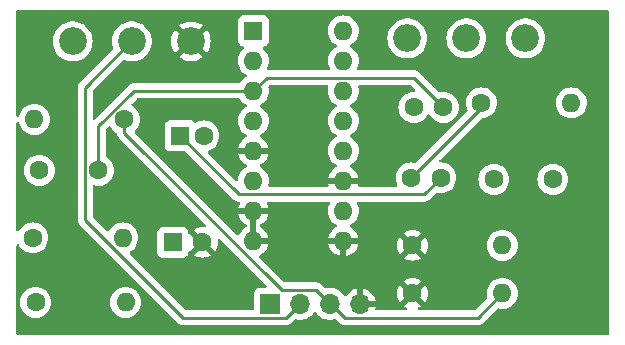
<source format=gbr>
%TF.GenerationSoftware,KiCad,Pcbnew,7.0.11+dfsg-1build4*%
%TF.CreationDate,2026-02-07T21:52:43-05:00*%
%TF.ProjectId,redllama,7265646c-6c61-46d6-912e-6b696361645f,rev?*%
%TF.SameCoordinates,Original*%
%TF.FileFunction,Copper,L2,Bot*%
%TF.FilePolarity,Positive*%
%FSLAX46Y46*%
G04 Gerber Fmt 4.6, Leading zero omitted, Abs format (unit mm)*
G04 Created by KiCad (PCBNEW 7.0.11+dfsg-1build4) date 2026-02-07 21:52:43*
%MOMM*%
%LPD*%
G01*
G04 APERTURE LIST*
%TA.AperFunction,ComponentPad*%
%ADD10C,1.600000*%
%TD*%
%TA.AperFunction,ComponentPad*%
%ADD11O,1.600000X1.600000*%
%TD*%
%TA.AperFunction,ComponentPad*%
%ADD12R,1.700000X1.700000*%
%TD*%
%TA.AperFunction,ComponentPad*%
%ADD13O,1.700000X1.700000*%
%TD*%
%TA.AperFunction,ComponentPad*%
%ADD14C,2.340000*%
%TD*%
%TA.AperFunction,ComponentPad*%
%ADD15R,1.600000X1.600000*%
%TD*%
%TA.AperFunction,Conductor*%
%ADD16C,0.250000*%
%TD*%
G04 APERTURE END LIST*
D10*
%TO.P,R3,1*%
%TO.N,GND*%
X134493000Y-120777000D03*
D11*
%TO.P,R3,2*%
%TO.N,out*%
X142113000Y-120777000D03*
%TD*%
D12*
%TO.P,J1,1,Pin_1*%
%TO.N,9v*%
X122428000Y-125730000D03*
D13*
%TO.P,J1,2,Pin_2*%
%TO.N,out*%
X124968000Y-125730000D03*
%TO.P,J1,3,Pin_3*%
%TO.N,IN*%
X127508000Y-125730000D03*
%TO.P,J1,4,Pin_4*%
%TO.N,GND*%
X130048000Y-125730000D03*
%TD*%
D10*
%TO.P,R4,1*%
%TO.N,9v*%
X102362000Y-120142000D03*
D11*
%TO.P,R4,2*%
%TO.N,Net-(U1G-VCC)*%
X109982000Y-120142000D03*
%TD*%
D10*
%TO.P,C2,1*%
%TO.N,Net-(C1-Pad2)*%
X137120000Y-109093000D03*
%TO.P,C2,2*%
%TO.N,Net-(C2-Pad2)*%
X134620000Y-109093000D03*
%TD*%
%TO.P,R1,1*%
%TO.N,IN*%
X110109000Y-110109000D03*
D11*
%TO.P,R1,2*%
%TO.N,Net-(C1-Pad1)*%
X102489000Y-110109000D03*
%TD*%
D14*
%TO.P,RV2,1,1*%
%TO.N,GND*%
X115744000Y-103505000D03*
%TO.P,RV2,2,2*%
%TO.N,out*%
X110744000Y-103505000D03*
%TO.P,RV2,3,3*%
%TO.N,Net-(C5-Pad2)*%
X105744000Y-103505000D03*
%TD*%
D15*
%TO.P,C5,1*%
%TO.N,Net-(C4-Pad2)*%
X114840000Y-111506000D03*
D10*
%TO.P,C5,2*%
%TO.N,Net-(C5-Pad2)*%
X116840000Y-111506000D03*
%TD*%
%TO.P,C3,1*%
%TO.N,Net-(C2-Pad2)*%
X141391000Y-115189000D03*
%TO.P,C3,2*%
%TO.N,Net-(C3-Pad2)*%
X146391000Y-115189000D03*
%TD*%
%TO.P,R6,1*%
%TO.N,Net-(C1-Pad2)*%
X102590000Y-125600000D03*
D11*
%TO.P,R6,2*%
%TO.N,Net-(R6-Pad2)*%
X110210000Y-125600000D03*
%TD*%
D15*
%TO.P,C6,1*%
%TO.N,Net-(U1G-VCC)*%
X114213000Y-120523000D03*
D10*
%TO.P,C6,2*%
%TO.N,GND*%
X116713000Y-120523000D03*
%TD*%
D15*
%TO.P,U1,1,VCC*%
%TO.N,Net-(U1G-VCC)*%
X121031000Y-102616000D03*
D11*
%TO.P,U1,2*%
%TO.N,Net-(C2-Pad2)*%
X121031000Y-105156000D03*
%TO.P,U1,3*%
%TO.N,Net-(C1-Pad2)*%
X121031000Y-107696000D03*
%TO.P,U1,4*%
%TO.N,unconnected-(U1-Pad4)*%
X121031000Y-110236000D03*
%TO.P,U1,5*%
%TO.N,GND*%
X121031000Y-112776000D03*
%TO.P,U1,6*%
%TO.N,unconnected-(U1-Pad6)*%
X121031000Y-115316000D03*
%TO.P,U1,7*%
%TO.N,GND*%
X121031000Y-117856000D03*
%TO.P,U1,8,VSS*%
X121031000Y-120396000D03*
%TO.P,U1,9*%
X128651000Y-120396000D03*
%TO.P,U1,10*%
%TO.N,unconnected-(U1-Pad10)*%
X128651000Y-117856000D03*
%TO.P,U1,11*%
%TO.N,GND*%
X128651000Y-115316000D03*
%TO.P,U1,12*%
%TO.N,unconnected-(U1-Pad12)*%
X128651000Y-112776000D03*
%TO.P,U1,13*%
%TO.N,N/C*%
X128651000Y-110236000D03*
%TO.P,U1,14*%
%TO.N,Net-(C3-Pad2)*%
X128651000Y-107696000D03*
%TO.P,U1,15*%
%TO.N,Net-(C4-Pad2)*%
X128651000Y-105156000D03*
%TO.P,U1,16*%
%TO.N,N/C*%
X128651000Y-102616000D03*
%TD*%
D10*
%TO.P,R5,1*%
%TO.N,GND*%
X134493000Y-124841000D03*
D11*
%TO.P,R5,2*%
%TO.N,IN*%
X142113000Y-124841000D03*
%TD*%
D10*
%TO.P,R2,1*%
%TO.N,Net-(C3-Pad2)*%
X140335000Y-108712000D03*
D11*
%TO.P,R2,2*%
%TO.N,Net-(C4-Pad2)*%
X147955000Y-108712000D03*
%TD*%
D10*
%TO.P,C1,1*%
%TO.N,Net-(C1-Pad1)*%
X102910000Y-114427000D03*
%TO.P,C1,2*%
%TO.N,Net-(C1-Pad2)*%
X107910000Y-114427000D03*
%TD*%
%TO.P,C4,1*%
%TO.N,Net-(C3-Pad2)*%
X134386000Y-115062000D03*
%TO.P,C4,2*%
%TO.N,Net-(C4-Pad2)*%
X136886000Y-115062000D03*
%TD*%
D14*
%TO.P,RV1,1,1*%
%TO.N,Net-(R6-Pad2)*%
X144065000Y-103251000D03*
%TO.P,RV1,2,2*%
%TO.N,Net-(C2-Pad2)*%
X139065000Y-103251000D03*
%TO.P,RV1,3,3*%
X134065000Y-103251000D03*
%TD*%
D16*
%TO.N,Net-(C1-Pad2)*%
X110931009Y-107696000D02*
X121031000Y-107696000D01*
X107910000Y-110717009D02*
X110931009Y-107696000D01*
X134598000Y-106571000D02*
X122156000Y-106571000D01*
X122156000Y-106571000D02*
X121031000Y-107696000D01*
X107910000Y-114427000D02*
X107910000Y-110717009D01*
X137120000Y-109093000D02*
X134598000Y-106571000D01*
%TO.N,Net-(C3-Pad2)*%
X140335000Y-109113000D02*
X140335000Y-108712000D01*
X134386000Y-115062000D02*
X140335000Y-109113000D01*
%TO.N,Net-(C4-Pad2)*%
X114840000Y-111506000D02*
X119775000Y-116441000D01*
X119775000Y-116441000D02*
X135507000Y-116441000D01*
X135507000Y-116441000D02*
X136886000Y-115062000D01*
%TO.N,out*%
X106785000Y-118596000D02*
X115094000Y-126905000D01*
X115094000Y-126905000D02*
X123793000Y-126905000D01*
X106785000Y-107417000D02*
X106785000Y-118596000D01*
X110697000Y-103505000D02*
X106785000Y-107417000D01*
X123793000Y-126905000D02*
X124968000Y-125730000D01*
%TO.N,IN*%
X127508000Y-125730000D02*
X126333000Y-124555000D01*
X128810000Y-126905000D02*
X140049000Y-126905000D01*
X110109000Y-111240370D02*
X123423630Y-124555000D01*
X140049000Y-126905000D02*
X142113000Y-124841000D01*
X127508000Y-125730000D02*
X127635000Y-125730000D01*
X110109000Y-110109000D02*
X110109000Y-111240370D01*
X126333000Y-124555000D02*
X123423630Y-124555000D01*
X127635000Y-125730000D02*
X128810000Y-126905000D01*
%TD*%
%TA.AperFunction,Conductor*%
%TO.N,GND*%
G36*
X108909778Y-110715646D02*
G01*
X108965712Y-110757517D01*
X108968265Y-110761388D01*
X108968372Y-110761314D01*
X108971475Y-110765745D01*
X108971477Y-110765749D01*
X109102802Y-110953300D01*
X109264700Y-111115198D01*
X109425037Y-111227467D01*
X109468661Y-111282043D01*
X109477851Y-111325141D01*
X109478326Y-111340258D01*
X109478327Y-111340261D01*
X109484022Y-111359865D01*
X109487967Y-111378912D01*
X109490526Y-111399167D01*
X109490527Y-111399170D01*
X109490528Y-111399174D01*
X109506838Y-111440370D01*
X109510621Y-111451419D01*
X109522981Y-111493962D01*
X109533372Y-111511532D01*
X109541932Y-111529005D01*
X109549447Y-111547987D01*
X109575491Y-111583833D01*
X109581905Y-111593597D01*
X109604458Y-111631732D01*
X109604462Y-111631736D01*
X109618889Y-111646163D01*
X109631526Y-111660958D01*
X109643528Y-111677477D01*
X109676207Y-111704512D01*
X109677668Y-111705720D01*
X109686309Y-111713583D01*
X116995664Y-119022938D01*
X117029149Y-119084261D01*
X117024165Y-119153953D01*
X116982293Y-119209886D01*
X116916829Y-119234303D01*
X116897176Y-119234147D01*
X116713002Y-119218034D01*
X116712998Y-119218034D01*
X116486400Y-119237858D01*
X116486389Y-119237860D01*
X116266682Y-119296730D01*
X116266673Y-119296734D01*
X116060516Y-119392866D01*
X116060512Y-119392868D01*
X115987526Y-119443973D01*
X115987526Y-119443974D01*
X116668599Y-120125046D01*
X116587852Y-120137835D01*
X116474955Y-120195359D01*
X116385359Y-120284955D01*
X116327835Y-120397852D01*
X116315046Y-120478598D01*
X115625910Y-119789463D01*
X115587805Y-119781804D01*
X115537623Y-119733188D01*
X115522965Y-119677600D01*
X115521959Y-119677653D01*
X115521856Y-119677665D01*
X115521855Y-119677659D01*
X115521677Y-119677669D01*
X115521499Y-119674345D01*
X115518157Y-119643270D01*
X115514989Y-119613799D01*
X115512218Y-119606370D01*
X115484848Y-119532989D01*
X115463889Y-119476796D01*
X115376261Y-119359739D01*
X115259204Y-119272111D01*
X115242458Y-119265865D01*
X115122203Y-119221011D01*
X115061654Y-119214500D01*
X115061638Y-119214500D01*
X113364362Y-119214500D01*
X113364345Y-119214500D01*
X113303797Y-119221011D01*
X113303795Y-119221011D01*
X113166795Y-119272111D01*
X113049739Y-119359739D01*
X112962111Y-119476795D01*
X112911011Y-119613795D01*
X112911011Y-119613797D01*
X112904500Y-119674345D01*
X112904500Y-121371654D01*
X112911011Y-121432202D01*
X112911011Y-121432204D01*
X112946047Y-121526135D01*
X112962111Y-121569204D01*
X113049739Y-121686261D01*
X113166796Y-121773889D01*
X113303799Y-121824989D01*
X113331050Y-121827918D01*
X113364345Y-121831499D01*
X113364362Y-121831500D01*
X115061638Y-121831500D01*
X115061654Y-121831499D01*
X115088692Y-121828591D01*
X115122201Y-121824989D01*
X115259204Y-121773889D01*
X115376261Y-121686261D01*
X115463889Y-121569204D01*
X115509555Y-121446768D01*
X115514988Y-121432204D01*
X115514988Y-121432203D01*
X115514989Y-121432201D01*
X115518918Y-121395657D01*
X115521499Y-121371654D01*
X115521677Y-121368331D01*
X115521855Y-121368340D01*
X115521856Y-121368335D01*
X115521959Y-121368346D01*
X115523128Y-121368408D01*
X115541185Y-121306915D01*
X115593989Y-121261160D01*
X115626967Y-121255479D01*
X116315046Y-120567400D01*
X116327835Y-120648148D01*
X116385359Y-120761045D01*
X116474955Y-120850641D01*
X116587852Y-120908165D01*
X116668599Y-120920953D01*
X115987526Y-121602025D01*
X116060513Y-121653132D01*
X116060521Y-121653136D01*
X116266668Y-121749264D01*
X116266682Y-121749269D01*
X116486389Y-121808139D01*
X116486400Y-121808141D01*
X116712998Y-121827966D01*
X116713002Y-121827966D01*
X116939599Y-121808141D01*
X116939610Y-121808139D01*
X117159317Y-121749269D01*
X117159331Y-121749264D01*
X117365478Y-121653136D01*
X117438471Y-121602024D01*
X116757400Y-120920953D01*
X116838148Y-120908165D01*
X116951045Y-120850641D01*
X117040641Y-120761045D01*
X117098165Y-120648148D01*
X117110953Y-120567400D01*
X117792024Y-121248471D01*
X117843136Y-121175478D01*
X117939264Y-120969331D01*
X117939269Y-120969317D01*
X117998139Y-120749610D01*
X117998141Y-120749599D01*
X118017966Y-120523002D01*
X118017966Y-120522999D01*
X118001852Y-120338824D01*
X118015618Y-120270324D01*
X118064233Y-120220141D01*
X118132262Y-120204207D01*
X118198106Y-120227582D01*
X118213061Y-120240335D01*
X122132545Y-124159819D01*
X122166030Y-124221142D01*
X122161046Y-124290834D01*
X122119174Y-124346767D01*
X122053710Y-124371184D01*
X122044864Y-124371500D01*
X121529345Y-124371500D01*
X121468797Y-124378011D01*
X121468795Y-124378011D01*
X121331795Y-124429111D01*
X121214739Y-124516739D01*
X121127111Y-124633795D01*
X121076011Y-124770795D01*
X121076011Y-124770797D01*
X121069500Y-124831345D01*
X121069500Y-126147500D01*
X121049815Y-126214539D01*
X120997011Y-126260294D01*
X120945500Y-126271500D01*
X115407767Y-126271500D01*
X115340728Y-126251815D01*
X115320086Y-126235181D01*
X110576887Y-121491982D01*
X110543402Y-121430659D01*
X110548386Y-121360967D01*
X110590258Y-121305034D01*
X110612161Y-121291920D01*
X110638749Y-121279523D01*
X110826300Y-121148198D01*
X110988198Y-120986300D01*
X111119523Y-120798749D01*
X111216284Y-120591243D01*
X111275543Y-120370087D01*
X111295498Y-120142000D01*
X111293595Y-120120254D01*
X111289055Y-120068359D01*
X111275543Y-119913913D01*
X111216284Y-119692757D01*
X111209248Y-119677669D01*
X111167071Y-119587218D01*
X111119523Y-119485251D01*
X110988198Y-119297700D01*
X110826300Y-119135802D01*
X110638749Y-119004477D01*
X110632993Y-119001793D01*
X110431249Y-118907718D01*
X110431238Y-118907714D01*
X110210089Y-118848457D01*
X110210081Y-118848456D01*
X109982002Y-118828502D01*
X109981998Y-118828502D01*
X109753918Y-118848456D01*
X109753910Y-118848457D01*
X109532761Y-118907714D01*
X109532750Y-118907718D01*
X109325254Y-119004475D01*
X109325252Y-119004476D01*
X109298886Y-119022938D01*
X109137700Y-119135802D01*
X109137698Y-119135803D01*
X109137695Y-119135806D01*
X108975806Y-119297695D01*
X108975803Y-119297698D01*
X108975802Y-119297700D01*
X108906732Y-119396342D01*
X108844476Y-119485252D01*
X108844474Y-119485256D01*
X108832079Y-119511837D01*
X108785906Y-119564276D01*
X108718713Y-119583427D01*
X108651832Y-119563210D01*
X108632017Y-119547112D01*
X107454819Y-118369914D01*
X107421334Y-118308591D01*
X107418500Y-118282233D01*
X107418500Y-115811561D01*
X107438185Y-115744522D01*
X107490989Y-115698767D01*
X107560147Y-115688823D01*
X107574582Y-115691783D01*
X107681913Y-115720543D01*
X107844832Y-115734796D01*
X107909998Y-115740498D01*
X107910000Y-115740498D01*
X107910002Y-115740498D01*
X107972717Y-115735011D01*
X108138087Y-115720543D01*
X108359243Y-115661284D01*
X108566749Y-115564523D01*
X108754300Y-115433198D01*
X108916198Y-115271300D01*
X109047523Y-115083749D01*
X109144284Y-114876243D01*
X109203543Y-114655087D01*
X109223498Y-114427000D01*
X109221595Y-114405254D01*
X109213245Y-114309806D01*
X109203543Y-114198913D01*
X109144284Y-113977757D01*
X109047523Y-113770251D01*
X108916198Y-113582700D01*
X108754300Y-113420802D01*
X108596376Y-113310221D01*
X108552751Y-113255644D01*
X108543500Y-113208647D01*
X108543500Y-111030774D01*
X108563185Y-110963735D01*
X108579815Y-110943097D01*
X108778766Y-110744145D01*
X108840087Y-110710662D01*
X108909778Y-110715646D01*
G37*
%TD.AperFunction*%
%TA.AperFunction,Conductor*%
G36*
X121281000Y-120080314D02*
G01*
X121269045Y-120068359D01*
X121156148Y-120010835D01*
X121062481Y-119996000D01*
X120999519Y-119996000D01*
X120905852Y-120010835D01*
X120792955Y-120068359D01*
X120781000Y-120080314D01*
X120781000Y-118171686D01*
X120792955Y-118183641D01*
X120905852Y-118241165D01*
X120999519Y-118256000D01*
X121062481Y-118256000D01*
X121156148Y-118241165D01*
X121269045Y-118183641D01*
X121281000Y-118171686D01*
X121281000Y-120080314D01*
G37*
%TD.AperFunction*%
%TA.AperFunction,Conductor*%
G36*
X119879687Y-108349185D02*
G01*
X119914220Y-108382373D01*
X120024802Y-108540300D01*
X120186700Y-108702198D01*
X120319952Y-108795502D01*
X120374251Y-108833523D01*
X120417345Y-108853618D01*
X120469784Y-108899791D01*
X120488936Y-108966984D01*
X120468720Y-109033865D01*
X120417345Y-109078382D01*
X120374251Y-109098476D01*
X120249126Y-109186090D01*
X120186700Y-109229802D01*
X120186698Y-109229803D01*
X120186695Y-109229806D01*
X120024806Y-109391695D01*
X120024803Y-109391698D01*
X120024802Y-109391700D01*
X119982404Y-109452251D01*
X119893476Y-109579252D01*
X119893475Y-109579254D01*
X119796718Y-109786750D01*
X119796714Y-109786761D01*
X119737457Y-110007910D01*
X119737456Y-110007918D01*
X119717502Y-110235998D01*
X119717502Y-110236001D01*
X119737456Y-110464081D01*
X119737457Y-110464089D01*
X119796714Y-110685238D01*
X119796718Y-110685249D01*
X119873194Y-110849252D01*
X119893477Y-110892749D01*
X120024802Y-111080300D01*
X120186700Y-111242198D01*
X120368121Y-111369231D01*
X120374251Y-111373523D01*
X120427401Y-111398307D01*
X120479840Y-111444479D01*
X120498992Y-111511673D01*
X120478776Y-111578554D01*
X120427401Y-111623071D01*
X120378517Y-111645865D01*
X120192179Y-111776342D01*
X120031342Y-111937179D01*
X119900865Y-112123517D01*
X119804734Y-112329673D01*
X119804730Y-112329682D01*
X119752127Y-112525999D01*
X119752128Y-112526000D01*
X120715314Y-112526000D01*
X120703359Y-112537955D01*
X120645835Y-112650852D01*
X120626014Y-112776000D01*
X120645835Y-112901148D01*
X120703359Y-113014045D01*
X120715314Y-113026000D01*
X119752128Y-113026000D01*
X119804730Y-113222317D01*
X119804734Y-113222326D01*
X119900865Y-113428482D01*
X120031342Y-113614820D01*
X120192179Y-113775657D01*
X120378517Y-113906133D01*
X120427399Y-113928927D01*
X120479839Y-113975099D01*
X120498992Y-114042292D01*
X120478777Y-114109174D01*
X120427402Y-114153691D01*
X120374256Y-114178474D01*
X120374252Y-114178476D01*
X120345065Y-114198913D01*
X120186700Y-114309802D01*
X120186698Y-114309803D01*
X120186695Y-114309806D01*
X120024806Y-114471695D01*
X119893476Y-114659252D01*
X119893475Y-114659254D01*
X119796718Y-114866750D01*
X119796714Y-114866761D01*
X119737457Y-115087910D01*
X119737456Y-115087917D01*
X119726873Y-115208887D01*
X119701420Y-115273955D01*
X119644829Y-115314934D01*
X119575067Y-115318812D01*
X119515664Y-115285760D01*
X117189481Y-112959576D01*
X117155996Y-112898253D01*
X117160980Y-112828561D01*
X117202852Y-112772628D01*
X117245069Y-112752120D01*
X117262311Y-112747500D01*
X117289233Y-112740287D01*
X117289235Y-112740285D01*
X117289243Y-112740284D01*
X117496749Y-112643523D01*
X117684300Y-112512198D01*
X117846198Y-112350300D01*
X117977523Y-112162749D01*
X118074284Y-111955243D01*
X118133543Y-111734087D01*
X118153498Y-111506000D01*
X118133543Y-111277913D01*
X118074284Y-111056757D01*
X117977523Y-110849251D01*
X117846198Y-110661700D01*
X117684300Y-110499802D01*
X117496749Y-110368477D01*
X117496743Y-110368474D01*
X117289249Y-110271718D01*
X117289238Y-110271714D01*
X117068089Y-110212457D01*
X117068081Y-110212456D01*
X116840002Y-110192502D01*
X116839998Y-110192502D01*
X116611918Y-110212456D01*
X116611910Y-110212457D01*
X116390761Y-110271714D01*
X116390750Y-110271718D01*
X116183256Y-110368474D01*
X116183247Y-110368479D01*
X116176195Y-110373417D01*
X116109988Y-110395740D01*
X116042222Y-110378725D01*
X116005811Y-110346146D01*
X116003261Y-110342739D01*
X115886204Y-110255111D01*
X115749203Y-110204011D01*
X115688654Y-110197500D01*
X115688638Y-110197500D01*
X113991362Y-110197500D01*
X113991345Y-110197500D01*
X113930797Y-110204011D01*
X113930795Y-110204011D01*
X113793795Y-110255111D01*
X113676739Y-110342739D01*
X113589111Y-110459795D01*
X113538011Y-110596795D01*
X113538011Y-110596797D01*
X113531500Y-110657345D01*
X113531500Y-112354654D01*
X113538011Y-112415202D01*
X113538011Y-112415204D01*
X113587512Y-112547918D01*
X113589111Y-112552204D01*
X113676739Y-112669261D01*
X113793796Y-112756889D01*
X113930799Y-112807989D01*
X113958050Y-112810918D01*
X113991345Y-112814499D01*
X113991362Y-112814500D01*
X115201234Y-112814500D01*
X115268273Y-112834185D01*
X115288914Y-112850818D01*
X117304845Y-114866750D01*
X119267912Y-116829817D01*
X119277816Y-116842178D01*
X119278026Y-116842005D01*
X119282997Y-116848013D01*
X119283000Y-116848018D01*
X119332685Y-116894675D01*
X119335449Y-116897354D01*
X119355223Y-116917129D01*
X119355227Y-116917132D01*
X119355230Y-116917135D01*
X119358512Y-116919681D01*
X119367372Y-116927249D01*
X119399679Y-116957586D01*
X119399681Y-116957587D01*
X119417562Y-116967417D01*
X119433829Y-116978102D01*
X119449960Y-116990615D01*
X119470157Y-116999354D01*
X119490625Y-117008210D01*
X119501104Y-117013344D01*
X119539940Y-117034695D01*
X119559716Y-117039772D01*
X119578123Y-117046074D01*
X119596855Y-117054181D01*
X119640630Y-117061113D01*
X119652045Y-117063478D01*
X119694970Y-117074500D01*
X119715384Y-117074500D01*
X119734783Y-117076027D01*
X119754943Y-117079220D01*
X119754950Y-117079219D01*
X119762740Y-117079465D01*
X119762679Y-117081374D01*
X119821258Y-117092718D01*
X119871783Y-117140977D01*
X119888196Y-117208891D01*
X119876724Y-117255288D01*
X119804735Y-117409668D01*
X119804730Y-117409682D01*
X119752127Y-117605999D01*
X119752128Y-117606000D01*
X120715314Y-117606000D01*
X120703359Y-117617955D01*
X120645835Y-117730852D01*
X120626014Y-117856000D01*
X120645835Y-117981148D01*
X120703359Y-118094045D01*
X120715314Y-118106000D01*
X119752128Y-118106000D01*
X119804730Y-118302317D01*
X119804734Y-118302326D01*
X119900865Y-118508482D01*
X120031342Y-118694820D01*
X120192179Y-118855657D01*
X120378517Y-118986134D01*
X120437457Y-119013618D01*
X120489896Y-119059790D01*
X120509048Y-119126984D01*
X120488832Y-119193865D01*
X120437457Y-119238382D01*
X120378517Y-119265865D01*
X120192179Y-119396342D01*
X120031342Y-119557179D01*
X119900867Y-119743515D01*
X119850786Y-119850913D01*
X119804613Y-119903352D01*
X119737419Y-119922503D01*
X119670538Y-119902287D01*
X119650723Y-119886188D01*
X111004197Y-111239662D01*
X110970712Y-111178339D01*
X110975696Y-111108647D01*
X111004193Y-111064304D01*
X111115198Y-110953300D01*
X111246523Y-110765749D01*
X111343284Y-110558243D01*
X111402543Y-110337087D01*
X111422498Y-110109000D01*
X111421640Y-110099198D01*
X111415194Y-110025517D01*
X111402543Y-109880913D01*
X111343284Y-109659757D01*
X111246523Y-109452251D01*
X111115198Y-109264700D01*
X110953300Y-109102802D01*
X110765749Y-108971477D01*
X110765747Y-108971476D01*
X110761314Y-108968372D01*
X110762708Y-108966381D01*
X110721586Y-108923212D01*
X110708396Y-108854598D01*
X110734396Y-108789746D01*
X110744148Y-108778764D01*
X110810912Y-108712001D01*
X111157095Y-108365819D01*
X111218418Y-108332334D01*
X111244776Y-108329500D01*
X119812648Y-108329500D01*
X119879687Y-108349185D01*
G37*
%TD.AperFunction*%
%TA.AperFunction,Conductor*%
G36*
X127333478Y-107224185D02*
G01*
X127379233Y-107276989D01*
X127389177Y-107346147D01*
X127386216Y-107360582D01*
X127376056Y-107398502D01*
X127357457Y-107467911D01*
X127357456Y-107467918D01*
X127337502Y-107695998D01*
X127337502Y-107696001D01*
X127357456Y-107924081D01*
X127357457Y-107924089D01*
X127416714Y-108145238D01*
X127416718Y-108145249D01*
X127464956Y-108248695D01*
X127513477Y-108352749D01*
X127644802Y-108540300D01*
X127806700Y-108702198D01*
X127939952Y-108795502D01*
X127994251Y-108833523D01*
X128037345Y-108853618D01*
X128089784Y-108899791D01*
X128108936Y-108966984D01*
X128088720Y-109033865D01*
X128037345Y-109078382D01*
X127994251Y-109098476D01*
X127869126Y-109186090D01*
X127806700Y-109229802D01*
X127806698Y-109229803D01*
X127806695Y-109229806D01*
X127644806Y-109391695D01*
X127644803Y-109391698D01*
X127644802Y-109391700D01*
X127602404Y-109452251D01*
X127513476Y-109579252D01*
X127513475Y-109579254D01*
X127416718Y-109786750D01*
X127416714Y-109786761D01*
X127357457Y-110007910D01*
X127357456Y-110007918D01*
X127337502Y-110235998D01*
X127337502Y-110236001D01*
X127357456Y-110464081D01*
X127357457Y-110464089D01*
X127416714Y-110685238D01*
X127416718Y-110685249D01*
X127493194Y-110849252D01*
X127513477Y-110892749D01*
X127644802Y-111080300D01*
X127806700Y-111242198D01*
X127988121Y-111369231D01*
X127994251Y-111373523D01*
X128037345Y-111393618D01*
X128089784Y-111439791D01*
X128108936Y-111506984D01*
X128088720Y-111573865D01*
X128037345Y-111618382D01*
X127994251Y-111638476D01*
X127898218Y-111705720D01*
X127806700Y-111769802D01*
X127806698Y-111769803D01*
X127806695Y-111769806D01*
X127644806Y-111931695D01*
X127644803Y-111931698D01*
X127644802Y-111931700D01*
X127628317Y-111955243D01*
X127513476Y-112119252D01*
X127513475Y-112119254D01*
X127416718Y-112326750D01*
X127416714Y-112326761D01*
X127357457Y-112547910D01*
X127357456Y-112547918D01*
X127337502Y-112775998D01*
X127337502Y-112776001D01*
X127357456Y-113004081D01*
X127357457Y-113004089D01*
X127416714Y-113225238D01*
X127416718Y-113225249D01*
X127507906Y-113420802D01*
X127513477Y-113432749D01*
X127644802Y-113620300D01*
X127806700Y-113782198D01*
X127939952Y-113875502D01*
X127994251Y-113913523D01*
X128047401Y-113938307D01*
X128099840Y-113984479D01*
X128118992Y-114051673D01*
X128098776Y-114118554D01*
X128047401Y-114163071D01*
X127998517Y-114185865D01*
X127812179Y-114316342D01*
X127651342Y-114477179D01*
X127520865Y-114663517D01*
X127424734Y-114869673D01*
X127424730Y-114869682D01*
X127372127Y-115065999D01*
X127372128Y-115066000D01*
X128335314Y-115066000D01*
X128323359Y-115077955D01*
X128265835Y-115190852D01*
X128246014Y-115316000D01*
X128265835Y-115441148D01*
X128323359Y-115554045D01*
X128335314Y-115566000D01*
X127372128Y-115566000D01*
X127395012Y-115651407D01*
X127393349Y-115721257D01*
X127354186Y-115779119D01*
X127289958Y-115806623D01*
X127275237Y-115807500D01*
X122415561Y-115807500D01*
X122348522Y-115787815D01*
X122302767Y-115735011D01*
X122292823Y-115665853D01*
X122295786Y-115651407D01*
X122324543Y-115544087D01*
X122344498Y-115316000D01*
X122324543Y-115087913D01*
X122265284Y-114866757D01*
X122168523Y-114659251D01*
X122037198Y-114471700D01*
X121875300Y-114309802D01*
X121687749Y-114178477D01*
X121634596Y-114153691D01*
X121582158Y-114107519D01*
X121563007Y-114040325D01*
X121583223Y-113973444D01*
X121634600Y-113928927D01*
X121683483Y-113906133D01*
X121869820Y-113775657D01*
X122030657Y-113614820D01*
X122161134Y-113428482D01*
X122257265Y-113222326D01*
X122257269Y-113222317D01*
X122309872Y-113026000D01*
X121346686Y-113026000D01*
X121358641Y-113014045D01*
X121416165Y-112901148D01*
X121435986Y-112776000D01*
X121416165Y-112650852D01*
X121358641Y-112537955D01*
X121346686Y-112526000D01*
X122309872Y-112526000D01*
X122309872Y-112525999D01*
X122257269Y-112329682D01*
X122257265Y-112329673D01*
X122161134Y-112123517D01*
X122030657Y-111937179D01*
X121869820Y-111776342D01*
X121683481Y-111645865D01*
X121683479Y-111645864D01*
X121634599Y-111623071D01*
X121582159Y-111576899D01*
X121563007Y-111509706D01*
X121583223Y-111442824D01*
X121634599Y-111398307D01*
X121687749Y-111373523D01*
X121875300Y-111242198D01*
X122037198Y-111080300D01*
X122168523Y-110892749D01*
X122265284Y-110685243D01*
X122324543Y-110464087D01*
X122344498Y-110236000D01*
X122343536Y-110225009D01*
X122331510Y-110087551D01*
X122324543Y-110007913D01*
X122265284Y-109786757D01*
X122248027Y-109749750D01*
X122168524Y-109579254D01*
X122168523Y-109579252D01*
X122168523Y-109579251D01*
X122037198Y-109391700D01*
X121875300Y-109229802D01*
X121687749Y-109098477D01*
X121676003Y-109093000D01*
X121644655Y-109078382D01*
X121592215Y-109032210D01*
X121573063Y-108965017D01*
X121593278Y-108898136D01*
X121644655Y-108853618D01*
X121647882Y-108852112D01*
X121687749Y-108833523D01*
X121875300Y-108702198D01*
X122037198Y-108540300D01*
X122168523Y-108352749D01*
X122265284Y-108145243D01*
X122324543Y-107924087D01*
X122344498Y-107696000D01*
X122324543Y-107467913D01*
X122307241Y-107403341D01*
X122308904Y-107333493D01*
X122339337Y-107283566D01*
X122382088Y-107240817D01*
X122443412Y-107207333D01*
X122469767Y-107204500D01*
X127266439Y-107204500D01*
X127333478Y-107224185D01*
G37*
%TD.AperFunction*%
%TA.AperFunction,Conductor*%
G36*
X151073039Y-100857685D02*
G01*
X151118794Y-100910489D01*
X151130000Y-100962000D01*
X151130000Y-128273000D01*
X151110315Y-128340039D01*
X151057511Y-128385794D01*
X151006000Y-128397000D01*
X101092000Y-128397000D01*
X101089000Y-128397000D01*
X101021961Y-128377315D01*
X100976206Y-128324511D01*
X100965000Y-128273000D01*
X100965000Y-125600001D01*
X101276502Y-125600001D01*
X101296456Y-125828081D01*
X101296457Y-125828089D01*
X101355714Y-126049238D01*
X101355718Y-126049249D01*
X101432794Y-126214539D01*
X101452477Y-126256749D01*
X101583802Y-126444300D01*
X101745700Y-126606198D01*
X101933251Y-126737523D01*
X102058091Y-126795736D01*
X102140750Y-126834281D01*
X102140752Y-126834281D01*
X102140757Y-126834284D01*
X102361913Y-126893543D01*
X102524832Y-126907796D01*
X102589998Y-126913498D01*
X102590000Y-126913498D01*
X102590002Y-126913498D01*
X102647021Y-126908509D01*
X102818087Y-126893543D01*
X103039243Y-126834284D01*
X103246749Y-126737523D01*
X103434300Y-126606198D01*
X103596198Y-126444300D01*
X103727523Y-126256749D01*
X103824284Y-126049243D01*
X103883543Y-125828087D01*
X103903498Y-125600001D01*
X108896502Y-125600001D01*
X108916456Y-125828081D01*
X108916457Y-125828089D01*
X108975714Y-126049238D01*
X108975718Y-126049249D01*
X109052794Y-126214539D01*
X109072477Y-126256749D01*
X109203802Y-126444300D01*
X109365700Y-126606198D01*
X109553251Y-126737523D01*
X109678091Y-126795736D01*
X109760750Y-126834281D01*
X109760752Y-126834281D01*
X109760757Y-126834284D01*
X109981913Y-126893543D01*
X110144832Y-126907796D01*
X110209998Y-126913498D01*
X110210000Y-126913498D01*
X110210002Y-126913498D01*
X110267021Y-126908509D01*
X110438087Y-126893543D01*
X110659243Y-126834284D01*
X110866749Y-126737523D01*
X111054300Y-126606198D01*
X111216198Y-126444300D01*
X111347523Y-126256749D01*
X111444284Y-126049243D01*
X111503543Y-125828087D01*
X111523498Y-125600000D01*
X111503543Y-125371913D01*
X111444284Y-125150757D01*
X111347523Y-124943251D01*
X111216198Y-124755700D01*
X111054300Y-124593802D01*
X110866749Y-124462477D01*
X110866745Y-124462475D01*
X110659249Y-124365718D01*
X110659238Y-124365714D01*
X110438089Y-124306457D01*
X110438081Y-124306456D01*
X110210002Y-124286502D01*
X110209998Y-124286502D01*
X109981918Y-124306456D01*
X109981910Y-124306457D01*
X109760761Y-124365714D01*
X109760750Y-124365718D01*
X109553254Y-124462475D01*
X109553252Y-124462476D01*
X109525858Y-124481658D01*
X109365700Y-124593802D01*
X109365698Y-124593803D01*
X109365695Y-124593806D01*
X109203806Y-124755695D01*
X109203803Y-124755698D01*
X109203802Y-124755700D01*
X109144073Y-124841002D01*
X109072476Y-124943252D01*
X109072475Y-124943254D01*
X108975718Y-125150750D01*
X108975714Y-125150761D01*
X108916457Y-125371910D01*
X108916456Y-125371918D01*
X108896502Y-125599998D01*
X108896502Y-125600001D01*
X103903498Y-125600001D01*
X103903498Y-125600000D01*
X103883543Y-125371913D01*
X103824284Y-125150757D01*
X103727523Y-124943251D01*
X103596198Y-124755700D01*
X103434300Y-124593802D01*
X103246749Y-124462477D01*
X103246745Y-124462475D01*
X103039249Y-124365718D01*
X103039238Y-124365714D01*
X102818089Y-124306457D01*
X102818081Y-124306456D01*
X102590002Y-124286502D01*
X102589998Y-124286502D01*
X102361918Y-124306456D01*
X102361910Y-124306457D01*
X102140761Y-124365714D01*
X102140750Y-124365718D01*
X101933254Y-124462475D01*
X101933252Y-124462476D01*
X101905858Y-124481658D01*
X101745700Y-124593802D01*
X101745698Y-124593803D01*
X101745695Y-124593806D01*
X101583806Y-124755695D01*
X101583803Y-124755698D01*
X101583802Y-124755700D01*
X101524073Y-124841002D01*
X101452476Y-124943252D01*
X101452475Y-124943254D01*
X101355718Y-125150750D01*
X101355714Y-125150761D01*
X101296457Y-125371910D01*
X101296456Y-125371918D01*
X101276502Y-125599998D01*
X101276502Y-125600001D01*
X100965000Y-125600001D01*
X100965000Y-120801625D01*
X100984685Y-120734586D01*
X101037489Y-120688831D01*
X101106647Y-120678887D01*
X101170203Y-120707912D01*
X101201380Y-120749217D01*
X101224477Y-120798749D01*
X101355802Y-120986300D01*
X101517700Y-121148198D01*
X101705251Y-121279523D01*
X101759960Y-121305034D01*
X101912750Y-121376281D01*
X101912752Y-121376281D01*
X101912757Y-121376284D01*
X102133913Y-121435543D01*
X102296832Y-121449796D01*
X102361998Y-121455498D01*
X102362000Y-121455498D01*
X102362002Y-121455498D01*
X102419021Y-121450509D01*
X102590087Y-121435543D01*
X102811243Y-121376284D01*
X103018749Y-121279523D01*
X103206300Y-121148198D01*
X103368198Y-120986300D01*
X103499523Y-120798749D01*
X103596284Y-120591243D01*
X103655543Y-120370087D01*
X103675498Y-120142000D01*
X103673595Y-120120254D01*
X103669055Y-120068359D01*
X103655543Y-119913913D01*
X103596284Y-119692757D01*
X103589248Y-119677669D01*
X103547071Y-119587218D01*
X103499523Y-119485251D01*
X103368198Y-119297700D01*
X103206300Y-119135802D01*
X103018749Y-119004477D01*
X103012993Y-119001793D01*
X102811249Y-118907718D01*
X102811238Y-118907714D01*
X102590089Y-118848457D01*
X102590081Y-118848456D01*
X102362002Y-118828502D01*
X102361998Y-118828502D01*
X102133918Y-118848456D01*
X102133910Y-118848457D01*
X101912761Y-118907714D01*
X101912750Y-118907718D01*
X101705254Y-119004475D01*
X101705252Y-119004476D01*
X101678886Y-119022938D01*
X101517700Y-119135802D01*
X101517698Y-119135803D01*
X101517695Y-119135806D01*
X101355806Y-119297695D01*
X101224476Y-119485251D01*
X101201382Y-119534779D01*
X101155210Y-119587218D01*
X101088016Y-119606370D01*
X101021135Y-119586154D01*
X100975801Y-119532989D01*
X100965000Y-119482374D01*
X100965000Y-114427001D01*
X101596502Y-114427001D01*
X101616456Y-114655081D01*
X101616457Y-114655089D01*
X101675714Y-114876238D01*
X101675718Y-114876249D01*
X101769775Y-115077955D01*
X101772477Y-115083749D01*
X101903802Y-115271300D01*
X102065700Y-115433198D01*
X102253251Y-115564523D01*
X102378091Y-115622736D01*
X102460750Y-115661281D01*
X102460752Y-115661281D01*
X102460757Y-115661284D01*
X102681913Y-115720543D01*
X102844832Y-115734796D01*
X102909998Y-115740498D01*
X102910000Y-115740498D01*
X102910002Y-115740498D01*
X102972717Y-115735011D01*
X103138087Y-115720543D01*
X103359243Y-115661284D01*
X103566749Y-115564523D01*
X103754300Y-115433198D01*
X103916198Y-115271300D01*
X104047523Y-115083749D01*
X104144284Y-114876243D01*
X104203543Y-114655087D01*
X104223498Y-114427000D01*
X104221595Y-114405254D01*
X104213245Y-114309806D01*
X104203543Y-114198913D01*
X104144284Y-113977757D01*
X104047523Y-113770251D01*
X103916198Y-113582700D01*
X103754300Y-113420802D01*
X103566749Y-113289477D01*
X103566745Y-113289475D01*
X103359249Y-113192718D01*
X103359238Y-113192714D01*
X103138089Y-113133457D01*
X103138081Y-113133456D01*
X102910002Y-113113502D01*
X102909998Y-113113502D01*
X102681918Y-113133456D01*
X102681910Y-113133457D01*
X102460761Y-113192714D01*
X102460750Y-113192718D01*
X102253254Y-113289475D01*
X102253252Y-113289476D01*
X102182856Y-113338767D01*
X102065700Y-113420802D01*
X102065698Y-113420803D01*
X102065695Y-113420806D01*
X101903806Y-113582695D01*
X101903803Y-113582698D01*
X101903802Y-113582700D01*
X101845296Y-113666255D01*
X101772476Y-113770252D01*
X101772475Y-113770254D01*
X101675718Y-113977750D01*
X101675714Y-113977761D01*
X101616457Y-114198910D01*
X101616456Y-114198918D01*
X101596502Y-114426998D01*
X101596502Y-114427001D01*
X100965000Y-114427001D01*
X100965000Y-110418883D01*
X100984685Y-110351844D01*
X101037489Y-110306089D01*
X101106647Y-110296145D01*
X101170203Y-110325170D01*
X101207977Y-110383948D01*
X101208775Y-110386789D01*
X101254714Y-110558238D01*
X101254718Y-110558249D01*
X101341404Y-110744147D01*
X101351477Y-110765749D01*
X101482802Y-110953300D01*
X101644700Y-111115198D01*
X101832251Y-111246523D01*
X101925765Y-111290129D01*
X102039750Y-111343281D01*
X102039752Y-111343281D01*
X102039757Y-111343284D01*
X102260913Y-111402543D01*
X102423832Y-111416796D01*
X102488998Y-111422498D01*
X102489000Y-111422498D01*
X102489002Y-111422498D01*
X102546021Y-111417509D01*
X102717087Y-111402543D01*
X102938243Y-111343284D01*
X103145749Y-111246523D01*
X103333300Y-111115198D01*
X103495198Y-110953300D01*
X103626523Y-110765749D01*
X103723284Y-110558243D01*
X103782543Y-110337087D01*
X103802498Y-110109000D01*
X103801640Y-110099198D01*
X103795194Y-110025517D01*
X103782543Y-109880913D01*
X103723284Y-109659757D01*
X103626523Y-109452251D01*
X103495198Y-109264700D01*
X103333300Y-109102802D01*
X103145749Y-108971477D01*
X103145745Y-108971475D01*
X102938249Y-108874718D01*
X102938238Y-108874714D01*
X102717089Y-108815457D01*
X102717081Y-108815456D01*
X102489002Y-108795502D01*
X102488998Y-108795502D01*
X102260918Y-108815456D01*
X102260910Y-108815457D01*
X102039761Y-108874714D01*
X102039750Y-108874718D01*
X101832254Y-108971475D01*
X101832252Y-108971476D01*
X101832251Y-108971477D01*
X101644700Y-109102802D01*
X101644698Y-109102803D01*
X101644695Y-109102806D01*
X101482806Y-109264695D01*
X101482803Y-109264698D01*
X101482802Y-109264700D01*
X101443318Y-109321089D01*
X101351476Y-109452252D01*
X101351475Y-109452254D01*
X101254718Y-109659750D01*
X101254714Y-109659761D01*
X101208775Y-109831210D01*
X101172410Y-109890870D01*
X101109563Y-109921399D01*
X101040187Y-109913104D01*
X100986309Y-109868619D01*
X100965035Y-109802067D01*
X100965000Y-109799116D01*
X100965000Y-107396942D01*
X106146780Y-107396942D01*
X106150950Y-107441057D01*
X106151500Y-107452726D01*
X106151500Y-118512366D01*
X106149761Y-118528113D01*
X106150032Y-118528139D01*
X106149298Y-118535905D01*
X106151439Y-118604016D01*
X106151500Y-118607912D01*
X106151500Y-118635859D01*
X106152018Y-118639958D01*
X106152934Y-118651598D01*
X106154326Y-118695889D01*
X106154327Y-118695891D01*
X106160022Y-118715495D01*
X106163967Y-118734542D01*
X106166526Y-118754797D01*
X106166527Y-118754800D01*
X106166528Y-118754804D01*
X106182838Y-118796000D01*
X106186621Y-118807049D01*
X106198981Y-118849592D01*
X106209372Y-118867162D01*
X106217932Y-118884635D01*
X106225447Y-118903617D01*
X106251491Y-118939463D01*
X106257905Y-118949227D01*
X106280458Y-118987362D01*
X106280462Y-118987366D01*
X106294889Y-119001793D01*
X106307526Y-119016588D01*
X106319528Y-119033107D01*
X106349783Y-119058136D01*
X106353668Y-119061350D01*
X106362309Y-119069213D01*
X114586910Y-127293814D01*
X114596816Y-127306178D01*
X114597026Y-127306005D01*
X114601997Y-127312013D01*
X114602000Y-127312018D01*
X114651701Y-127358690D01*
X114654452Y-127361356D01*
X114674230Y-127381134D01*
X114677504Y-127383673D01*
X114686370Y-127391247D01*
X114718678Y-127421586D01*
X114736567Y-127431420D01*
X114752833Y-127442104D01*
X114768959Y-127454613D01*
X114809616Y-127472207D01*
X114820107Y-127477346D01*
X114858940Y-127498695D01*
X114878718Y-127503773D01*
X114897121Y-127510074D01*
X114915852Y-127518180D01*
X114915853Y-127518180D01*
X114915855Y-127518181D01*
X114959618Y-127525111D01*
X114971045Y-127527478D01*
X115013970Y-127538500D01*
X115034390Y-127538500D01*
X115053789Y-127540027D01*
X115073941Y-127543218D01*
X115073942Y-127543219D01*
X115073942Y-127543218D01*
X115073943Y-127543219D01*
X115107713Y-127540027D01*
X115118050Y-127539050D01*
X115129718Y-127538500D01*
X123709366Y-127538500D01*
X123725113Y-127540238D01*
X123725139Y-127539968D01*
X123732905Y-127540701D01*
X123732909Y-127540702D01*
X123801017Y-127538560D01*
X123804913Y-127538500D01*
X123832858Y-127538500D01*
X123832860Y-127538499D01*
X123834262Y-127538322D01*
X123836949Y-127537983D01*
X123848608Y-127537064D01*
X123892889Y-127535673D01*
X123912481Y-127529980D01*
X123931538Y-127526032D01*
X123951797Y-127523474D01*
X123993006Y-127507157D01*
X124004043Y-127503379D01*
X124046593Y-127491018D01*
X124064165Y-127480625D01*
X124081632Y-127472068D01*
X124100617Y-127464552D01*
X124136461Y-127438508D01*
X124146230Y-127432092D01*
X124147366Y-127431420D01*
X124184362Y-127409542D01*
X124198802Y-127395100D01*
X124213592Y-127382470D01*
X124230107Y-127370472D01*
X124258359Y-127336319D01*
X124266203Y-127327699D01*
X124511009Y-127082893D01*
X124572330Y-127049410D01*
X124629143Y-127050374D01*
X124633356Y-127051441D01*
X124633365Y-127051444D01*
X124855431Y-127088500D01*
X125080569Y-127088500D01*
X125302635Y-127051444D01*
X125515574Y-126978342D01*
X125713576Y-126871189D01*
X125891240Y-126732906D01*
X126043722Y-126567268D01*
X126134193Y-126428790D01*
X126187338Y-126383437D01*
X126256569Y-126374013D01*
X126319905Y-126403515D01*
X126341804Y-126428787D01*
X126432278Y-126567268D01*
X126432283Y-126567273D01*
X126432284Y-126567276D01*
X126584756Y-126732902D01*
X126584760Y-126732906D01*
X126762424Y-126871189D01*
X126762425Y-126871189D01*
X126762427Y-126871191D01*
X126840604Y-126913498D01*
X126960426Y-126978342D01*
X127173365Y-127051444D01*
X127395431Y-127088500D01*
X127620569Y-127088500D01*
X127842635Y-127051444D01*
X127848560Y-127049410D01*
X127931641Y-127020887D01*
X128001436Y-127017738D01*
X128059583Y-127050488D01*
X128302912Y-127293817D01*
X128312819Y-127306183D01*
X128313029Y-127306010D01*
X128317996Y-127312014D01*
X128317999Y-127312017D01*
X128318000Y-127312018D01*
X128367686Y-127358675D01*
X128370451Y-127361356D01*
X128390223Y-127381129D01*
X128390227Y-127381132D01*
X128390230Y-127381135D01*
X128393512Y-127383681D01*
X128402370Y-127391247D01*
X128434679Y-127421586D01*
X128434681Y-127421587D01*
X128452562Y-127431417D01*
X128468827Y-127442101D01*
X128474480Y-127446485D01*
X128484960Y-127454615D01*
X128505157Y-127463354D01*
X128525625Y-127472210D01*
X128536104Y-127477344D01*
X128574940Y-127498695D01*
X128594716Y-127503772D01*
X128613123Y-127510074D01*
X128631855Y-127518181D01*
X128675630Y-127525113D01*
X128687045Y-127527478D01*
X128729970Y-127538500D01*
X128750384Y-127538500D01*
X128769783Y-127540027D01*
X128789943Y-127543220D01*
X128834057Y-127539050D01*
X128845726Y-127538500D01*
X139965366Y-127538500D01*
X139981113Y-127540238D01*
X139981139Y-127539968D01*
X139988905Y-127540701D01*
X139988909Y-127540702D01*
X140057017Y-127538560D01*
X140060913Y-127538500D01*
X140088858Y-127538500D01*
X140088860Y-127538499D01*
X140090262Y-127538322D01*
X140092949Y-127537983D01*
X140104608Y-127537064D01*
X140148889Y-127535673D01*
X140168481Y-127529980D01*
X140187538Y-127526032D01*
X140207797Y-127523474D01*
X140249006Y-127507157D01*
X140260043Y-127503379D01*
X140302593Y-127491018D01*
X140320165Y-127480625D01*
X140337632Y-127472068D01*
X140356617Y-127464552D01*
X140392461Y-127438508D01*
X140402230Y-127432092D01*
X140403366Y-127431420D01*
X140440362Y-127409542D01*
X140454802Y-127395100D01*
X140469592Y-127382470D01*
X140486107Y-127370472D01*
X140514359Y-127336319D01*
X140522203Y-127327699D01*
X141700570Y-126149333D01*
X141761891Y-126115850D01*
X141820341Y-126117240D01*
X141884913Y-126134543D01*
X142044260Y-126148484D01*
X142112998Y-126154498D01*
X142113000Y-126154498D01*
X142113002Y-126154498D01*
X142181740Y-126148484D01*
X142341087Y-126134543D01*
X142562243Y-126075284D01*
X142769749Y-125978523D01*
X142957300Y-125847198D01*
X143119198Y-125685300D01*
X143250523Y-125497749D01*
X143347284Y-125290243D01*
X143406543Y-125069087D01*
X143426498Y-124841000D01*
X143406543Y-124612913D01*
X143347284Y-124391757D01*
X143250523Y-124184251D01*
X143119198Y-123996700D01*
X142957300Y-123834802D01*
X142769749Y-123703477D01*
X142769745Y-123703475D01*
X142562249Y-123606718D01*
X142562238Y-123606714D01*
X142341089Y-123547457D01*
X142341081Y-123547456D01*
X142113002Y-123527502D01*
X142112998Y-123527502D01*
X141884918Y-123547456D01*
X141884910Y-123547457D01*
X141663761Y-123606714D01*
X141663750Y-123606718D01*
X141456254Y-123703475D01*
X141456252Y-123703476D01*
X141385856Y-123752767D01*
X141268700Y-123834802D01*
X141268698Y-123834803D01*
X141268695Y-123834806D01*
X141106806Y-123996695D01*
X141106803Y-123996698D01*
X141106802Y-123996700D01*
X141056357Y-124068743D01*
X140975476Y-124184252D01*
X140975475Y-124184254D01*
X140878718Y-124391750D01*
X140878714Y-124391761D01*
X140819457Y-124612910D01*
X140819456Y-124612918D01*
X140799502Y-124840998D01*
X140799502Y-124841001D01*
X140819456Y-125069081D01*
X140819458Y-125069091D01*
X140836758Y-125133655D01*
X140835095Y-125203504D01*
X140804664Y-125253429D01*
X139822914Y-126235181D01*
X139761591Y-126268666D01*
X139735233Y-126271500D01*
X135060674Y-126271500D01*
X134993635Y-126251815D01*
X134947880Y-126199011D01*
X134937936Y-126129853D01*
X134966961Y-126066297D01*
X135008269Y-126035118D01*
X135145480Y-125971135D01*
X135218471Y-125920024D01*
X134537400Y-125238953D01*
X134618148Y-125226165D01*
X134731045Y-125168641D01*
X134820641Y-125079045D01*
X134878165Y-124966148D01*
X134890953Y-124885400D01*
X135572024Y-125566471D01*
X135623136Y-125493478D01*
X135719264Y-125287331D01*
X135719269Y-125287317D01*
X135778139Y-125067610D01*
X135778141Y-125067599D01*
X135797966Y-124841002D01*
X135797966Y-124840997D01*
X135778141Y-124614400D01*
X135778139Y-124614389D01*
X135719269Y-124394682D01*
X135719264Y-124394668D01*
X135623136Y-124188521D01*
X135623132Y-124188513D01*
X135572025Y-124115526D01*
X134890953Y-124796598D01*
X134878165Y-124715852D01*
X134820641Y-124602955D01*
X134731045Y-124513359D01*
X134618148Y-124455835D01*
X134537401Y-124443046D01*
X135218472Y-123761974D01*
X135145478Y-123710863D01*
X134939331Y-123614735D01*
X134939317Y-123614730D01*
X134719610Y-123555860D01*
X134719599Y-123555858D01*
X134493002Y-123536034D01*
X134492998Y-123536034D01*
X134266400Y-123555858D01*
X134266389Y-123555860D01*
X134046682Y-123614730D01*
X134046673Y-123614734D01*
X133840516Y-123710866D01*
X133840512Y-123710868D01*
X133767526Y-123761973D01*
X133767526Y-123761974D01*
X134448599Y-124443046D01*
X134367852Y-124455835D01*
X134254955Y-124513359D01*
X134165359Y-124602955D01*
X134107835Y-124715852D01*
X134095046Y-124796598D01*
X133413974Y-124115526D01*
X133413973Y-124115526D01*
X133362868Y-124188512D01*
X133362866Y-124188516D01*
X133266734Y-124394673D01*
X133266730Y-124394682D01*
X133207860Y-124614389D01*
X133207858Y-124614400D01*
X133188034Y-124840997D01*
X133188034Y-124841002D01*
X133207858Y-125067599D01*
X133207860Y-125067610D01*
X133266730Y-125287317D01*
X133266735Y-125287331D01*
X133362863Y-125493478D01*
X133413974Y-125566472D01*
X134095046Y-124885400D01*
X134107835Y-124966148D01*
X134165359Y-125079045D01*
X134254955Y-125168641D01*
X134367852Y-125226165D01*
X134448599Y-125238953D01*
X133767526Y-125920025D01*
X133840513Y-125971132D01*
X133840517Y-125971134D01*
X133977731Y-126035118D01*
X134030170Y-126081290D01*
X134049322Y-126148484D01*
X134029106Y-126215365D01*
X133975941Y-126260699D01*
X133925326Y-126271500D01*
X131462129Y-126271500D01*
X131395090Y-126251815D01*
X131349335Y-126199011D01*
X131339391Y-126129853D01*
X131342354Y-126115406D01*
X131378636Y-125980000D01*
X130481686Y-125980000D01*
X130507493Y-125939844D01*
X130548000Y-125801889D01*
X130548000Y-125658111D01*
X130507493Y-125520156D01*
X130481686Y-125480000D01*
X131378636Y-125480000D01*
X131378635Y-125479999D01*
X131321432Y-125266513D01*
X131321429Y-125266507D01*
X131221600Y-125052422D01*
X131221599Y-125052420D01*
X131086113Y-124858926D01*
X131086108Y-124858920D01*
X130919082Y-124691894D01*
X130725578Y-124556399D01*
X130511492Y-124456570D01*
X130511486Y-124456567D01*
X130298000Y-124399364D01*
X130298000Y-125294498D01*
X130190315Y-125245320D01*
X130083763Y-125230000D01*
X130012237Y-125230000D01*
X129905685Y-125245320D01*
X129798000Y-125294498D01*
X129798000Y-124399364D01*
X129797999Y-124399364D01*
X129584513Y-124456567D01*
X129584507Y-124456570D01*
X129370422Y-124556399D01*
X129370420Y-124556400D01*
X129176926Y-124691886D01*
X129176920Y-124691891D01*
X129009891Y-124858920D01*
X129009890Y-124858922D01*
X128883131Y-125039952D01*
X128828554Y-125083577D01*
X128759055Y-125090769D01*
X128696701Y-125059247D01*
X128677752Y-125036656D01*
X128583722Y-124892732D01*
X128583715Y-124892725D01*
X128583715Y-124892723D01*
X128431243Y-124727097D01*
X128431238Y-124727092D01*
X128271748Y-124602955D01*
X128253576Y-124588811D01*
X128253575Y-124588810D01*
X128253572Y-124588808D01*
X128055580Y-124481661D01*
X128055577Y-124481659D01*
X128055574Y-124481658D01*
X128055571Y-124481657D01*
X128055569Y-124481656D01*
X127842637Y-124408556D01*
X127620569Y-124371500D01*
X127395431Y-124371500D01*
X127173359Y-124408556D01*
X127169120Y-124409630D01*
X127099299Y-124406999D01*
X127051008Y-124377103D01*
X126840088Y-124166183D01*
X126830187Y-124153823D01*
X126829977Y-124153998D01*
X126825002Y-124147986D01*
X126825000Y-124147982D01*
X126775331Y-124101340D01*
X126772534Y-124098629D01*
X126752766Y-124078861D01*
X126749504Y-124076331D01*
X126740619Y-124068743D01*
X126708321Y-124038414D01*
X126708319Y-124038412D01*
X126690431Y-124028578D01*
X126674170Y-124017897D01*
X126658039Y-124005384D01*
X126617375Y-123987788D01*
X126606885Y-123982649D01*
X126568060Y-123961305D01*
X126568056Y-123961304D01*
X126548287Y-123956228D01*
X126529881Y-123949926D01*
X126511144Y-123941818D01*
X126511145Y-123941818D01*
X126467383Y-123934887D01*
X126455947Y-123932519D01*
X126441193Y-123928731D01*
X126413032Y-123921500D01*
X126413030Y-123921500D01*
X126392616Y-123921500D01*
X126373217Y-123919973D01*
X126353058Y-123916780D01*
X126353057Y-123916780D01*
X126308943Y-123920950D01*
X126297274Y-123921500D01*
X123737397Y-123921500D01*
X123670358Y-123901815D01*
X123649716Y-123885181D01*
X121540811Y-121776276D01*
X121507326Y-121714953D01*
X121512310Y-121645261D01*
X121554182Y-121589328D01*
X121576088Y-121576213D01*
X121683479Y-121526135D01*
X121683481Y-121526134D01*
X121869820Y-121395657D01*
X122030657Y-121234820D01*
X122161134Y-121048482D01*
X122257265Y-120842326D01*
X122257269Y-120842317D01*
X122309872Y-120646000D01*
X121346686Y-120646000D01*
X121358641Y-120634045D01*
X121416165Y-120521148D01*
X121435986Y-120396000D01*
X121416165Y-120270852D01*
X121358641Y-120157955D01*
X121346686Y-120146000D01*
X122309872Y-120146000D01*
X122309872Y-120145999D01*
X122257269Y-119949682D01*
X122257265Y-119949673D01*
X122161134Y-119743517D01*
X122030657Y-119557179D01*
X121869820Y-119396342D01*
X121683481Y-119265865D01*
X121683479Y-119265864D01*
X121624543Y-119238382D01*
X121572103Y-119192210D01*
X121552951Y-119125017D01*
X121573166Y-119058136D01*
X121624543Y-119013618D01*
X121683479Y-118986135D01*
X121683481Y-118986134D01*
X121869820Y-118855657D01*
X122030657Y-118694820D01*
X122161134Y-118508482D01*
X122257265Y-118302326D01*
X122257269Y-118302317D01*
X122309872Y-118106000D01*
X121346686Y-118106000D01*
X121358641Y-118094045D01*
X121416165Y-117981148D01*
X121435986Y-117856000D01*
X121416165Y-117730852D01*
X121358641Y-117617955D01*
X121346686Y-117606000D01*
X122309872Y-117606000D01*
X122309872Y-117605999D01*
X122257269Y-117409682D01*
X122257265Y-117409673D01*
X122183231Y-117250905D01*
X122172739Y-117181827D01*
X122201259Y-117118043D01*
X122259735Y-117079804D01*
X122295613Y-117074500D01*
X127377009Y-117074500D01*
X127444048Y-117094185D01*
X127489803Y-117146989D01*
X127499747Y-117216147D01*
X127489391Y-117250905D01*
X127416717Y-117406755D01*
X127416714Y-117406761D01*
X127357457Y-117627910D01*
X127357456Y-117627918D01*
X127337502Y-117855998D01*
X127337502Y-117856001D01*
X127357456Y-118084081D01*
X127357457Y-118084089D01*
X127416714Y-118305238D01*
X127416718Y-118305249D01*
X127446872Y-118369914D01*
X127513477Y-118512749D01*
X127644802Y-118700300D01*
X127806700Y-118862198D01*
X127983700Y-118986135D01*
X127994251Y-118993523D01*
X128047401Y-119018307D01*
X128099840Y-119064479D01*
X128118992Y-119131673D01*
X128098776Y-119198554D01*
X128047401Y-119243071D01*
X127998517Y-119265865D01*
X127812179Y-119396342D01*
X127651342Y-119557179D01*
X127520865Y-119743517D01*
X127424734Y-119949673D01*
X127424730Y-119949682D01*
X127372127Y-120145999D01*
X127372128Y-120146000D01*
X128335314Y-120146000D01*
X128323359Y-120157955D01*
X128265835Y-120270852D01*
X128246014Y-120396000D01*
X128265835Y-120521148D01*
X128323359Y-120634045D01*
X128335314Y-120646000D01*
X127372128Y-120646000D01*
X127424730Y-120842317D01*
X127424734Y-120842326D01*
X127520865Y-121048482D01*
X127651342Y-121234820D01*
X127812179Y-121395657D01*
X127998517Y-121526134D01*
X128204673Y-121622265D01*
X128204682Y-121622269D01*
X128400999Y-121674872D01*
X128401000Y-121674871D01*
X128401000Y-120711686D01*
X128412955Y-120723641D01*
X128525852Y-120781165D01*
X128619519Y-120796000D01*
X128682481Y-120796000D01*
X128776148Y-120781165D01*
X128889045Y-120723641D01*
X128901000Y-120711686D01*
X128901000Y-121674872D01*
X129097317Y-121622269D01*
X129097326Y-121622265D01*
X129303482Y-121526134D01*
X129489820Y-121395657D01*
X129650657Y-121234820D01*
X129781134Y-121048482D01*
X129877265Y-120842326D01*
X129877269Y-120842317D01*
X129894770Y-120777002D01*
X133188034Y-120777002D01*
X133207858Y-121003599D01*
X133207860Y-121003610D01*
X133266730Y-121223317D01*
X133266735Y-121223331D01*
X133362863Y-121429478D01*
X133413974Y-121502472D01*
X134095046Y-120821400D01*
X134107835Y-120902148D01*
X134165359Y-121015045D01*
X134254955Y-121104641D01*
X134367852Y-121162165D01*
X134448599Y-121174953D01*
X133767526Y-121856025D01*
X133840513Y-121907132D01*
X133840521Y-121907136D01*
X134046668Y-122003264D01*
X134046682Y-122003269D01*
X134266389Y-122062139D01*
X134266400Y-122062141D01*
X134492998Y-122081966D01*
X134493002Y-122081966D01*
X134719599Y-122062141D01*
X134719610Y-122062139D01*
X134939317Y-122003269D01*
X134939331Y-122003264D01*
X135145478Y-121907136D01*
X135218471Y-121856024D01*
X134537400Y-121174953D01*
X134618148Y-121162165D01*
X134731045Y-121104641D01*
X134820641Y-121015045D01*
X134878165Y-120902148D01*
X134890953Y-120821400D01*
X135572024Y-121502471D01*
X135623136Y-121429478D01*
X135719264Y-121223331D01*
X135719269Y-121223317D01*
X135778139Y-121003610D01*
X135778141Y-121003599D01*
X135797966Y-120777002D01*
X135797966Y-120777001D01*
X140799502Y-120777001D01*
X140819456Y-121005081D01*
X140819457Y-121005089D01*
X140878714Y-121226238D01*
X140878718Y-121226249D01*
X140975475Y-121433745D01*
X140975477Y-121433749D01*
X141106802Y-121621300D01*
X141268700Y-121783198D01*
X141456251Y-121914523D01*
X141581091Y-121972736D01*
X141663750Y-122011281D01*
X141663752Y-122011281D01*
X141663757Y-122011284D01*
X141884913Y-122070543D01*
X142047832Y-122084796D01*
X142112998Y-122090498D01*
X142113000Y-122090498D01*
X142113002Y-122090498D01*
X142170021Y-122085509D01*
X142341087Y-122070543D01*
X142562243Y-122011284D01*
X142769749Y-121914523D01*
X142957300Y-121783198D01*
X143119198Y-121621300D01*
X143250523Y-121433749D01*
X143347284Y-121226243D01*
X143406543Y-121005087D01*
X143426498Y-120777000D01*
X143406543Y-120548913D01*
X143347284Y-120327757D01*
X143250523Y-120120251D01*
X143119198Y-119932700D01*
X142957300Y-119770802D01*
X142769749Y-119639477D01*
X142769745Y-119639475D01*
X142562249Y-119542718D01*
X142562238Y-119542714D01*
X142341089Y-119483457D01*
X142341081Y-119483456D01*
X142113002Y-119463502D01*
X142112998Y-119463502D01*
X141884918Y-119483456D01*
X141884910Y-119483457D01*
X141663761Y-119542714D01*
X141663750Y-119542718D01*
X141456254Y-119639475D01*
X141456252Y-119639476D01*
X141409326Y-119672334D01*
X141268700Y-119770802D01*
X141268698Y-119770803D01*
X141268695Y-119770806D01*
X141106806Y-119932695D01*
X141106803Y-119932698D01*
X141106802Y-119932700D01*
X141094911Y-119949682D01*
X140975476Y-120120252D01*
X140975475Y-120120254D01*
X140878718Y-120327750D01*
X140878714Y-120327761D01*
X140819457Y-120548910D01*
X140819456Y-120548918D01*
X140799502Y-120776998D01*
X140799502Y-120777001D01*
X135797966Y-120777001D01*
X135797966Y-120776997D01*
X135778141Y-120550400D01*
X135778139Y-120550389D01*
X135719269Y-120330682D01*
X135719264Y-120330668D01*
X135623136Y-120124521D01*
X135623132Y-120124513D01*
X135572025Y-120051526D01*
X134890953Y-120732598D01*
X134878165Y-120651852D01*
X134820641Y-120538955D01*
X134731045Y-120449359D01*
X134618148Y-120391835D01*
X134537401Y-120379046D01*
X135218472Y-119697974D01*
X135145478Y-119646863D01*
X134939331Y-119550735D01*
X134939317Y-119550730D01*
X134719610Y-119491860D01*
X134719599Y-119491858D01*
X134493002Y-119472034D01*
X134492998Y-119472034D01*
X134266400Y-119491858D01*
X134266389Y-119491860D01*
X134046682Y-119550730D01*
X134046673Y-119550734D01*
X133840516Y-119646866D01*
X133840512Y-119646868D01*
X133767526Y-119697973D01*
X133767526Y-119697974D01*
X134448599Y-120379046D01*
X134367852Y-120391835D01*
X134254955Y-120449359D01*
X134165359Y-120538955D01*
X134107835Y-120651852D01*
X134095046Y-120732598D01*
X133413974Y-120051526D01*
X133413973Y-120051526D01*
X133362868Y-120124512D01*
X133362866Y-120124516D01*
X133266734Y-120330673D01*
X133266730Y-120330682D01*
X133207860Y-120550389D01*
X133207858Y-120550400D01*
X133188034Y-120776997D01*
X133188034Y-120777002D01*
X129894770Y-120777002D01*
X129929872Y-120646000D01*
X128966686Y-120646000D01*
X128978641Y-120634045D01*
X129036165Y-120521148D01*
X129055986Y-120396000D01*
X129036165Y-120270852D01*
X128978641Y-120157955D01*
X128966686Y-120146000D01*
X129929872Y-120146000D01*
X129929872Y-120145999D01*
X129877269Y-119949682D01*
X129877265Y-119949673D01*
X129781134Y-119743517D01*
X129650657Y-119557179D01*
X129489820Y-119396342D01*
X129303481Y-119265865D01*
X129303479Y-119265864D01*
X129254599Y-119243071D01*
X129202159Y-119196899D01*
X129183007Y-119129706D01*
X129203223Y-119062824D01*
X129254599Y-119018307D01*
X129258283Y-119016589D01*
X129307749Y-118993523D01*
X129495300Y-118862198D01*
X129657198Y-118700300D01*
X129788523Y-118512749D01*
X129885284Y-118305243D01*
X129944543Y-118084087D01*
X129964498Y-117856000D01*
X129944543Y-117627913D01*
X129885284Y-117406757D01*
X129812608Y-117250903D01*
X129802117Y-117181827D01*
X129830637Y-117118043D01*
X129889113Y-117079804D01*
X129924991Y-117074500D01*
X135423366Y-117074500D01*
X135439113Y-117076238D01*
X135439139Y-117075968D01*
X135446905Y-117076701D01*
X135446909Y-117076702D01*
X135515017Y-117074560D01*
X135518913Y-117074500D01*
X135546858Y-117074500D01*
X135546860Y-117074499D01*
X135548262Y-117074322D01*
X135550949Y-117073983D01*
X135562608Y-117073064D01*
X135606889Y-117071673D01*
X135626481Y-117065980D01*
X135645538Y-117062032D01*
X135665797Y-117059474D01*
X135707006Y-117043157D01*
X135718043Y-117039379D01*
X135760593Y-117027018D01*
X135778165Y-117016625D01*
X135795632Y-117008068D01*
X135814617Y-117000552D01*
X135850461Y-116974508D01*
X135860230Y-116968092D01*
X135898362Y-116945542D01*
X135912802Y-116931100D01*
X135927592Y-116918470D01*
X135944107Y-116906472D01*
X135972359Y-116872319D01*
X135980203Y-116863699D01*
X136473569Y-116370333D01*
X136534890Y-116336850D01*
X136593341Y-116338241D01*
X136611979Y-116343234D01*
X136657913Y-116355543D01*
X136820832Y-116369796D01*
X136885998Y-116375498D01*
X136886000Y-116375498D01*
X136886002Y-116375498D01*
X136945013Y-116370335D01*
X137114087Y-116355543D01*
X137335243Y-116296284D01*
X137542749Y-116199523D01*
X137730300Y-116068198D01*
X137892198Y-115906300D01*
X138023523Y-115718749D01*
X138120284Y-115511243D01*
X138179543Y-115290087D01*
X138188387Y-115189001D01*
X140077502Y-115189001D01*
X140097456Y-115417081D01*
X140097457Y-115417089D01*
X140156714Y-115638238D01*
X140156718Y-115638249D01*
X140222407Y-115779119D01*
X140253477Y-115845749D01*
X140384802Y-116033300D01*
X140546700Y-116195198D01*
X140734251Y-116326523D01*
X140796481Y-116355541D01*
X140941750Y-116423281D01*
X140941752Y-116423281D01*
X140941757Y-116423284D01*
X141162913Y-116482543D01*
X141325832Y-116496796D01*
X141390998Y-116502498D01*
X141391000Y-116502498D01*
X141391002Y-116502498D01*
X141448021Y-116497509D01*
X141619087Y-116482543D01*
X141840243Y-116423284D01*
X142047749Y-116326523D01*
X142235300Y-116195198D01*
X142397198Y-116033300D01*
X142528523Y-115845749D01*
X142625284Y-115638243D01*
X142684543Y-115417087D01*
X142704498Y-115189001D01*
X145077502Y-115189001D01*
X145097456Y-115417081D01*
X145097457Y-115417089D01*
X145156714Y-115638238D01*
X145156718Y-115638249D01*
X145222407Y-115779119D01*
X145253477Y-115845749D01*
X145384802Y-116033300D01*
X145546700Y-116195198D01*
X145734251Y-116326523D01*
X145796481Y-116355541D01*
X145941750Y-116423281D01*
X145941752Y-116423281D01*
X145941757Y-116423284D01*
X146162913Y-116482543D01*
X146325832Y-116496796D01*
X146390998Y-116502498D01*
X146391000Y-116502498D01*
X146391002Y-116502498D01*
X146448021Y-116497509D01*
X146619087Y-116482543D01*
X146840243Y-116423284D01*
X147047749Y-116326523D01*
X147235300Y-116195198D01*
X147397198Y-116033300D01*
X147528523Y-115845749D01*
X147625284Y-115638243D01*
X147684543Y-115417087D01*
X147704498Y-115189000D01*
X147684543Y-114960913D01*
X147625284Y-114739757D01*
X147528523Y-114532251D01*
X147397198Y-114344700D01*
X147235300Y-114182802D01*
X147047749Y-114051477D01*
X147028052Y-114042292D01*
X146840249Y-113954718D01*
X146840238Y-113954714D01*
X146619089Y-113895457D01*
X146619081Y-113895456D01*
X146391002Y-113875502D01*
X146390998Y-113875502D01*
X146162918Y-113895456D01*
X146162910Y-113895457D01*
X145941761Y-113954714D01*
X145941750Y-113954718D01*
X145734254Y-114051475D01*
X145734252Y-114051476D01*
X145663856Y-114100767D01*
X145546700Y-114182802D01*
X145546698Y-114182803D01*
X145546695Y-114182806D01*
X145384806Y-114344695D01*
X145253476Y-114532252D01*
X145253475Y-114532254D01*
X145156718Y-114739750D01*
X145156714Y-114739761D01*
X145097457Y-114960910D01*
X145097456Y-114960918D01*
X145077502Y-115188998D01*
X145077502Y-115189001D01*
X142704498Y-115189001D01*
X142704498Y-115189000D01*
X142684543Y-114960913D01*
X142625284Y-114739757D01*
X142528523Y-114532251D01*
X142397198Y-114344700D01*
X142235300Y-114182802D01*
X142047749Y-114051477D01*
X142028052Y-114042292D01*
X141840249Y-113954718D01*
X141840238Y-113954714D01*
X141619089Y-113895457D01*
X141619081Y-113895456D01*
X141391002Y-113875502D01*
X141390998Y-113875502D01*
X141162918Y-113895456D01*
X141162910Y-113895457D01*
X140941761Y-113954714D01*
X140941750Y-113954718D01*
X140734254Y-114051475D01*
X140734252Y-114051476D01*
X140663856Y-114100767D01*
X140546700Y-114182802D01*
X140546698Y-114182803D01*
X140546695Y-114182806D01*
X140384806Y-114344695D01*
X140253476Y-114532252D01*
X140253475Y-114532254D01*
X140156718Y-114739750D01*
X140156714Y-114739761D01*
X140097457Y-114960910D01*
X140097456Y-114960918D01*
X140077502Y-115188998D01*
X140077502Y-115189001D01*
X138188387Y-115189001D01*
X138199498Y-115062000D01*
X138179543Y-114833913D01*
X138120284Y-114612757D01*
X138023523Y-114405251D01*
X137892198Y-114217700D01*
X137730300Y-114055802D01*
X137542749Y-113924477D01*
X137542745Y-113924475D01*
X137335249Y-113827718D01*
X137335238Y-113827714D01*
X137114089Y-113768457D01*
X137114082Y-113768456D01*
X136883685Y-113748299D01*
X136818617Y-113722846D01*
X136777638Y-113666255D01*
X136773760Y-113596493D01*
X136806810Y-113537092D01*
X140284902Y-110059000D01*
X140346223Y-110025517D01*
X140361764Y-110023156D01*
X140563087Y-110005543D01*
X140784243Y-109946284D01*
X140991749Y-109849523D01*
X141179300Y-109718198D01*
X141341198Y-109556300D01*
X141472523Y-109368749D01*
X141569284Y-109161243D01*
X141628543Y-108940087D01*
X141648498Y-108712001D01*
X146641502Y-108712001D01*
X146661456Y-108940081D01*
X146661457Y-108940089D01*
X146720714Y-109161238D01*
X146720718Y-109161249D01*
X146752685Y-109229802D01*
X146817477Y-109368749D01*
X146948802Y-109556300D01*
X147110700Y-109718198D01*
X147298251Y-109849523D01*
X147386921Y-109890870D01*
X147505750Y-109946281D01*
X147505752Y-109946281D01*
X147505757Y-109946284D01*
X147726913Y-110005543D01*
X147889832Y-110019796D01*
X147954998Y-110025498D01*
X147955000Y-110025498D01*
X147955002Y-110025498D01*
X148012021Y-110020509D01*
X148183087Y-110005543D01*
X148404243Y-109946284D01*
X148611749Y-109849523D01*
X148799300Y-109718198D01*
X148961198Y-109556300D01*
X149092523Y-109368749D01*
X149189284Y-109161243D01*
X149248543Y-108940087D01*
X149268498Y-108712000D01*
X149267640Y-108702198D01*
X149262527Y-108643750D01*
X149248543Y-108483913D01*
X149189284Y-108262757D01*
X149092523Y-108055251D01*
X148961198Y-107867700D01*
X148799300Y-107705802D01*
X148611749Y-107574477D01*
X148598052Y-107568090D01*
X148404249Y-107477718D01*
X148404238Y-107477714D01*
X148183089Y-107418457D01*
X148183081Y-107418456D01*
X147955002Y-107398502D01*
X147954998Y-107398502D01*
X147726918Y-107418456D01*
X147726910Y-107418457D01*
X147505761Y-107477714D01*
X147505750Y-107477718D01*
X147298254Y-107574475D01*
X147298252Y-107574476D01*
X147298251Y-107574477D01*
X147110700Y-107705802D01*
X147110698Y-107705803D01*
X147110695Y-107705806D01*
X146948806Y-107867695D01*
X146948803Y-107867698D01*
X146948802Y-107867700D01*
X146887340Y-107955477D01*
X146817476Y-108055252D01*
X146817475Y-108055254D01*
X146720718Y-108262750D01*
X146720714Y-108262761D01*
X146661457Y-108483910D01*
X146661456Y-108483918D01*
X146641502Y-108711998D01*
X146641502Y-108712001D01*
X141648498Y-108712001D01*
X141648498Y-108712000D01*
X141647640Y-108702198D01*
X141642527Y-108643750D01*
X141628543Y-108483913D01*
X141569284Y-108262757D01*
X141472523Y-108055251D01*
X141341198Y-107867700D01*
X141179300Y-107705802D01*
X140991749Y-107574477D01*
X140978052Y-107568090D01*
X140784249Y-107477718D01*
X140784238Y-107477714D01*
X140563089Y-107418457D01*
X140563081Y-107418456D01*
X140335002Y-107398502D01*
X140334998Y-107398502D01*
X140106918Y-107418456D01*
X140106910Y-107418457D01*
X139885761Y-107477714D01*
X139885750Y-107477718D01*
X139678254Y-107574475D01*
X139678252Y-107574476D01*
X139678251Y-107574477D01*
X139490700Y-107705802D01*
X139490698Y-107705803D01*
X139490695Y-107705806D01*
X139328806Y-107867695D01*
X139328803Y-107867698D01*
X139328802Y-107867700D01*
X139267340Y-107955477D01*
X139197476Y-108055252D01*
X139197475Y-108055254D01*
X139100718Y-108262750D01*
X139100714Y-108262761D01*
X139041457Y-108483910D01*
X139041456Y-108483918D01*
X139021502Y-108711998D01*
X139021502Y-108712001D01*
X139041456Y-108940081D01*
X139041457Y-108940089D01*
X139100714Y-109161238D01*
X139100715Y-109161240D01*
X139100716Y-109161243D01*
X139156289Y-109280420D01*
X139166781Y-109349497D01*
X139138261Y-109413281D01*
X139131588Y-109420505D01*
X134798429Y-113753664D01*
X134737106Y-113787149D01*
X134678655Y-113785758D01*
X134620786Y-113770252D01*
X134614091Y-113768458D01*
X134614089Y-113768457D01*
X134614087Y-113768457D01*
X134614085Y-113768456D01*
X134614081Y-113768456D01*
X134386002Y-113748502D01*
X134385998Y-113748502D01*
X134157918Y-113768456D01*
X134157910Y-113768457D01*
X133936761Y-113827714D01*
X133936750Y-113827718D01*
X133729254Y-113924475D01*
X133729252Y-113924476D01*
X133686068Y-113954714D01*
X133541700Y-114055802D01*
X133541698Y-114055803D01*
X133541695Y-114055806D01*
X133379806Y-114217695D01*
X133379803Y-114217698D01*
X133379802Y-114217700D01*
X133310732Y-114316342D01*
X133248476Y-114405252D01*
X133248475Y-114405254D01*
X133151718Y-114612750D01*
X133151714Y-114612761D01*
X133092457Y-114833910D01*
X133092456Y-114833918D01*
X133072502Y-115061998D01*
X133072502Y-115062001D01*
X133092456Y-115290081D01*
X133092457Y-115290089D01*
X133151714Y-115511238D01*
X133151715Y-115511240D01*
X133151716Y-115511243D01*
X133207604Y-115631095D01*
X133218096Y-115700173D01*
X133189576Y-115763957D01*
X133131100Y-115802196D01*
X133095222Y-115807500D01*
X130026763Y-115807500D01*
X129959724Y-115787815D01*
X129913969Y-115735011D01*
X129904025Y-115665853D01*
X129906988Y-115651407D01*
X129929872Y-115566000D01*
X128966686Y-115566000D01*
X128978641Y-115554045D01*
X129036165Y-115441148D01*
X129055986Y-115316000D01*
X129036165Y-115190852D01*
X128978641Y-115077955D01*
X128966686Y-115066000D01*
X129929872Y-115066000D01*
X129929872Y-115065999D01*
X129877269Y-114869682D01*
X129877265Y-114869673D01*
X129781134Y-114663517D01*
X129650657Y-114477179D01*
X129489820Y-114316342D01*
X129303481Y-114185865D01*
X129303479Y-114185864D01*
X129254599Y-114163071D01*
X129202159Y-114116899D01*
X129183007Y-114049706D01*
X129203223Y-113982824D01*
X129254599Y-113938307D01*
X129307749Y-113913523D01*
X129495300Y-113782198D01*
X129657198Y-113620300D01*
X129788523Y-113432749D01*
X129885284Y-113225243D01*
X129944543Y-113004087D01*
X129964498Y-112776000D01*
X129944543Y-112547913D01*
X129885284Y-112326757D01*
X129788523Y-112119251D01*
X129657198Y-111931700D01*
X129495300Y-111769802D01*
X129307749Y-111638477D01*
X129264655Y-111618382D01*
X129212215Y-111572210D01*
X129193063Y-111505017D01*
X129213278Y-111438136D01*
X129264655Y-111393618D01*
X129267882Y-111392112D01*
X129307749Y-111373523D01*
X129495300Y-111242198D01*
X129657198Y-111080300D01*
X129788523Y-110892749D01*
X129885284Y-110685243D01*
X129944543Y-110464087D01*
X129964498Y-110236000D01*
X129963536Y-110225009D01*
X129951510Y-110087551D01*
X129944543Y-110007913D01*
X129885284Y-109786757D01*
X129868027Y-109749750D01*
X129788524Y-109579254D01*
X129788523Y-109579252D01*
X129788523Y-109579251D01*
X129657198Y-109391700D01*
X129495300Y-109229802D01*
X129307749Y-109098477D01*
X129296003Y-109093000D01*
X129264655Y-109078382D01*
X129212215Y-109032210D01*
X129193063Y-108965017D01*
X129213278Y-108898136D01*
X129264655Y-108853618D01*
X129267882Y-108852112D01*
X129307749Y-108833523D01*
X129495300Y-108702198D01*
X129657198Y-108540300D01*
X129788523Y-108352749D01*
X129885284Y-108145243D01*
X129944543Y-107924087D01*
X129964498Y-107696000D01*
X129944543Y-107467913D01*
X129915786Y-107360591D01*
X129917449Y-107290744D01*
X129956611Y-107232882D01*
X130020839Y-107205377D01*
X130035561Y-107204500D01*
X134284234Y-107204500D01*
X134351273Y-107224185D01*
X134371915Y-107240819D01*
X134699186Y-107568090D01*
X134732671Y-107629413D01*
X134727687Y-107699105D01*
X134685815Y-107755038D01*
X134622313Y-107779299D01*
X134391917Y-107799456D01*
X134391910Y-107799457D01*
X134170761Y-107858714D01*
X134170750Y-107858718D01*
X133963254Y-107955475D01*
X133963252Y-107955476D01*
X133963251Y-107955477D01*
X133775700Y-108086802D01*
X133775698Y-108086803D01*
X133775695Y-108086806D01*
X133613806Y-108248695D01*
X133613803Y-108248698D01*
X133613802Y-108248700D01*
X133540949Y-108352745D01*
X133482476Y-108436252D01*
X133482475Y-108436254D01*
X133385718Y-108643750D01*
X133385714Y-108643761D01*
X133326457Y-108864910D01*
X133326456Y-108864918D01*
X133306502Y-109092998D01*
X133306502Y-109093001D01*
X133326456Y-109321081D01*
X133326457Y-109321089D01*
X133385714Y-109542238D01*
X133385718Y-109542249D01*
X133480292Y-109745063D01*
X133482477Y-109749749D01*
X133613802Y-109937300D01*
X133775700Y-110099198D01*
X133963251Y-110230523D01*
X134051595Y-110271718D01*
X134170750Y-110327281D01*
X134170752Y-110327281D01*
X134170757Y-110327284D01*
X134391913Y-110386543D01*
X134554832Y-110400796D01*
X134619998Y-110406498D01*
X134620000Y-110406498D01*
X134620002Y-110406498D01*
X134677021Y-110401509D01*
X134848087Y-110386543D01*
X135069243Y-110327284D01*
X135276749Y-110230523D01*
X135464300Y-110099198D01*
X135626198Y-109937300D01*
X135757523Y-109749749D01*
X135757616Y-109749548D01*
X135757680Y-109749475D01*
X135760228Y-109745063D01*
X135761114Y-109745574D01*
X135803785Y-109697108D01*
X135870978Y-109677953D01*
X135937860Y-109698165D01*
X135978922Y-109745553D01*
X135979772Y-109745063D01*
X135982317Y-109749471D01*
X135982383Y-109749547D01*
X135982477Y-109749749D01*
X136113802Y-109937300D01*
X136275700Y-110099198D01*
X136463251Y-110230523D01*
X136551595Y-110271718D01*
X136670750Y-110327281D01*
X136670752Y-110327281D01*
X136670757Y-110327284D01*
X136891913Y-110386543D01*
X137054832Y-110400796D01*
X137119998Y-110406498D01*
X137120000Y-110406498D01*
X137120002Y-110406498D01*
X137177021Y-110401509D01*
X137348087Y-110386543D01*
X137569243Y-110327284D01*
X137776749Y-110230523D01*
X137964300Y-110099198D01*
X138126198Y-109937300D01*
X138257523Y-109749749D01*
X138354284Y-109542243D01*
X138413543Y-109321087D01*
X138433498Y-109093000D01*
X138413543Y-108864913D01*
X138354284Y-108643757D01*
X138257523Y-108436251D01*
X138126198Y-108248700D01*
X137964300Y-108086802D01*
X137776749Y-107955477D01*
X137776745Y-107955475D01*
X137569249Y-107858718D01*
X137569238Y-107858714D01*
X137348089Y-107799457D01*
X137348081Y-107799456D01*
X137120002Y-107779502D01*
X137119998Y-107779502D01*
X136891918Y-107799456D01*
X136891907Y-107799458D01*
X136827343Y-107816758D01*
X136757493Y-107815095D01*
X136707569Y-107784664D01*
X135105088Y-106182183D01*
X135095187Y-106169823D01*
X135094977Y-106169998D01*
X135090001Y-106163984D01*
X135090000Y-106163982D01*
X135040315Y-106117325D01*
X135037550Y-106114645D01*
X135017766Y-106094861D01*
X135014504Y-106092331D01*
X135005619Y-106084743D01*
X134973321Y-106054414D01*
X134973319Y-106054412D01*
X134955431Y-106044578D01*
X134939170Y-106033897D01*
X134923039Y-106021384D01*
X134882375Y-106003788D01*
X134871885Y-105998649D01*
X134833060Y-105977305D01*
X134833056Y-105977304D01*
X134813287Y-105972228D01*
X134794881Y-105965926D01*
X134776144Y-105957818D01*
X134776145Y-105957818D01*
X134732383Y-105950887D01*
X134720947Y-105948519D01*
X134706193Y-105944731D01*
X134678032Y-105937500D01*
X134678030Y-105937500D01*
X134657616Y-105937500D01*
X134638217Y-105935973D01*
X134618058Y-105932780D01*
X134618057Y-105932780D01*
X134573943Y-105936950D01*
X134562274Y-105937500D01*
X129924991Y-105937500D01*
X129857952Y-105917815D01*
X129812197Y-105865011D01*
X129802253Y-105795853D01*
X129812609Y-105761095D01*
X129885284Y-105605243D01*
X129944543Y-105384087D01*
X129964498Y-105156000D01*
X129963623Y-105146004D01*
X129954207Y-105038372D01*
X129944543Y-104927913D01*
X129885284Y-104706757D01*
X129788523Y-104499251D01*
X129657198Y-104311700D01*
X129495300Y-104149802D01*
X129307749Y-104018477D01*
X129265137Y-103998607D01*
X129264655Y-103998382D01*
X129212215Y-103952210D01*
X129193063Y-103885017D01*
X129213278Y-103818136D01*
X129264655Y-103773618D01*
X129267882Y-103772112D01*
X129307749Y-103753523D01*
X129495300Y-103622198D01*
X129657198Y-103460300D01*
X129788523Y-103272749D01*
X129798663Y-103251004D01*
X132381793Y-103251004D01*
X132400592Y-103501866D01*
X132405919Y-103525204D01*
X132456573Y-103747134D01*
X132548483Y-103981316D01*
X132674269Y-104199184D01*
X132831122Y-104395872D01*
X133015538Y-104566984D01*
X133223397Y-104708700D01*
X133450055Y-104817853D01*
X133690451Y-104892005D01*
X133690452Y-104892005D01*
X133690455Y-104892006D01*
X133939206Y-104929499D01*
X133939211Y-104929499D01*
X133939214Y-104929500D01*
X133939215Y-104929500D01*
X134190785Y-104929500D01*
X134190786Y-104929500D01*
X134201335Y-104927910D01*
X134439544Y-104892006D01*
X134439545Y-104892005D01*
X134439549Y-104892005D01*
X134679945Y-104817853D01*
X134906604Y-104708700D01*
X135114462Y-104566984D01*
X135298878Y-104395872D01*
X135455731Y-104199184D01*
X135581517Y-103981316D01*
X135673427Y-103747134D01*
X135729407Y-103501869D01*
X135738372Y-103382234D01*
X135748207Y-103251004D01*
X137381793Y-103251004D01*
X137400592Y-103501866D01*
X137405919Y-103525204D01*
X137456573Y-103747134D01*
X137548483Y-103981316D01*
X137674269Y-104199184D01*
X137831122Y-104395872D01*
X138015538Y-104566984D01*
X138223397Y-104708700D01*
X138450055Y-104817853D01*
X138690451Y-104892005D01*
X138690452Y-104892005D01*
X138690455Y-104892006D01*
X138939206Y-104929499D01*
X138939211Y-104929499D01*
X138939214Y-104929500D01*
X138939215Y-104929500D01*
X139190785Y-104929500D01*
X139190786Y-104929500D01*
X139201335Y-104927910D01*
X139439544Y-104892006D01*
X139439545Y-104892005D01*
X139439549Y-104892005D01*
X139679945Y-104817853D01*
X139906604Y-104708700D01*
X140114462Y-104566984D01*
X140298878Y-104395872D01*
X140455731Y-104199184D01*
X140581517Y-103981316D01*
X140673427Y-103747134D01*
X140729407Y-103501869D01*
X140738372Y-103382234D01*
X140748207Y-103251004D01*
X142381793Y-103251004D01*
X142400592Y-103501866D01*
X142405919Y-103525204D01*
X142456573Y-103747134D01*
X142548483Y-103981316D01*
X142674269Y-104199184D01*
X142831122Y-104395872D01*
X143015538Y-104566984D01*
X143223397Y-104708700D01*
X143450055Y-104817853D01*
X143690451Y-104892005D01*
X143690452Y-104892005D01*
X143690455Y-104892006D01*
X143939206Y-104929499D01*
X143939211Y-104929499D01*
X143939214Y-104929500D01*
X143939215Y-104929500D01*
X144190785Y-104929500D01*
X144190786Y-104929500D01*
X144201335Y-104927910D01*
X144439544Y-104892006D01*
X144439545Y-104892005D01*
X144439549Y-104892005D01*
X144679945Y-104817853D01*
X144906604Y-104708700D01*
X145114462Y-104566984D01*
X145298878Y-104395872D01*
X145455731Y-104199184D01*
X145581517Y-103981316D01*
X145673427Y-103747134D01*
X145729407Y-103501869D01*
X145738372Y-103382234D01*
X145748207Y-103251004D01*
X145748207Y-103250995D01*
X145730062Y-103008877D01*
X145729407Y-103000131D01*
X145673427Y-102754866D01*
X145581517Y-102520684D01*
X145455731Y-102302816D01*
X145298878Y-102106128D01*
X145114462Y-101935016D01*
X145022482Y-101872305D01*
X144906607Y-101793302D01*
X144906596Y-101793295D01*
X144679947Y-101684148D01*
X144679949Y-101684148D01*
X144439550Y-101609995D01*
X144439544Y-101609993D01*
X144190793Y-101572500D01*
X144190786Y-101572500D01*
X143939214Y-101572500D01*
X143939206Y-101572500D01*
X143690455Y-101609993D01*
X143690449Y-101609995D01*
X143450054Y-101684147D01*
X143223401Y-101793297D01*
X143015537Y-101935016D01*
X142831123Y-102106126D01*
X142831122Y-102106128D01*
X142674269Y-102302816D01*
X142548483Y-102520683D01*
X142456575Y-102754860D01*
X142456570Y-102754877D01*
X142400592Y-103000133D01*
X142381793Y-103250995D01*
X142381793Y-103251004D01*
X140748207Y-103251004D01*
X140748207Y-103250995D01*
X140730062Y-103008877D01*
X140729407Y-103000131D01*
X140673427Y-102754866D01*
X140581517Y-102520684D01*
X140455731Y-102302816D01*
X140298878Y-102106128D01*
X140114462Y-101935016D01*
X140022482Y-101872305D01*
X139906607Y-101793302D01*
X139906596Y-101793295D01*
X139679947Y-101684148D01*
X139679949Y-101684148D01*
X139439550Y-101609995D01*
X139439544Y-101609993D01*
X139190793Y-101572500D01*
X139190786Y-101572500D01*
X138939214Y-101572500D01*
X138939206Y-101572500D01*
X138690455Y-101609993D01*
X138690449Y-101609995D01*
X138450054Y-101684147D01*
X138223401Y-101793297D01*
X138015537Y-101935016D01*
X137831123Y-102106126D01*
X137831122Y-102106128D01*
X137674269Y-102302816D01*
X137548483Y-102520683D01*
X137456575Y-102754860D01*
X137456570Y-102754877D01*
X137400592Y-103000133D01*
X137381793Y-103250995D01*
X137381793Y-103251004D01*
X135748207Y-103251004D01*
X135748207Y-103250995D01*
X135730062Y-103008877D01*
X135729407Y-103000131D01*
X135673427Y-102754866D01*
X135581517Y-102520684D01*
X135455731Y-102302816D01*
X135298878Y-102106128D01*
X135114462Y-101935016D01*
X135022482Y-101872305D01*
X134906607Y-101793302D01*
X134906596Y-101793295D01*
X134679947Y-101684148D01*
X134679949Y-101684148D01*
X134439550Y-101609995D01*
X134439544Y-101609993D01*
X134190793Y-101572500D01*
X134190786Y-101572500D01*
X133939214Y-101572500D01*
X133939206Y-101572500D01*
X133690455Y-101609993D01*
X133690449Y-101609995D01*
X133450054Y-101684147D01*
X133223401Y-101793297D01*
X133015537Y-101935016D01*
X132831123Y-102106126D01*
X132831122Y-102106128D01*
X132674269Y-102302816D01*
X132548483Y-102520683D01*
X132456575Y-102754860D01*
X132456570Y-102754877D01*
X132400592Y-103000133D01*
X132381793Y-103250995D01*
X132381793Y-103251004D01*
X129798663Y-103251004D01*
X129885284Y-103065243D01*
X129944543Y-102844087D01*
X129964498Y-102616000D01*
X129944543Y-102387913D01*
X129885284Y-102166757D01*
X129857011Y-102106126D01*
X129833025Y-102054686D01*
X129788523Y-101959251D01*
X129657198Y-101771700D01*
X129495300Y-101609802D01*
X129307749Y-101478477D01*
X129307745Y-101478475D01*
X129100249Y-101381718D01*
X129100238Y-101381714D01*
X128879089Y-101322457D01*
X128879081Y-101322456D01*
X128651002Y-101302502D01*
X128650998Y-101302502D01*
X128422918Y-101322456D01*
X128422910Y-101322457D01*
X128201761Y-101381714D01*
X128201750Y-101381718D01*
X127994254Y-101478475D01*
X127994252Y-101478476D01*
X127994251Y-101478477D01*
X127806700Y-101609802D01*
X127806698Y-101609803D01*
X127806695Y-101609806D01*
X127644806Y-101771695D01*
X127644803Y-101771698D01*
X127644802Y-101771700D01*
X127629676Y-101793302D01*
X127513476Y-101959252D01*
X127513475Y-101959254D01*
X127416718Y-102166750D01*
X127416714Y-102166761D01*
X127357457Y-102387910D01*
X127357456Y-102387918D01*
X127337502Y-102615998D01*
X127337502Y-102616001D01*
X127357456Y-102844081D01*
X127357457Y-102844089D01*
X127416714Y-103065238D01*
X127416718Y-103065249D01*
X127458078Y-103153945D01*
X127513477Y-103272749D01*
X127644802Y-103460300D01*
X127806700Y-103622198D01*
X127985127Y-103747134D01*
X127994251Y-103753523D01*
X128037345Y-103773618D01*
X128089784Y-103819791D01*
X128108936Y-103886984D01*
X128088720Y-103953865D01*
X128037345Y-103998382D01*
X127994251Y-104018476D01*
X127915640Y-104073521D01*
X127806700Y-104149802D01*
X127806698Y-104149803D01*
X127806695Y-104149806D01*
X127644806Y-104311695D01*
X127513476Y-104499252D01*
X127513475Y-104499254D01*
X127416718Y-104706750D01*
X127416714Y-104706761D01*
X127357457Y-104927910D01*
X127357456Y-104927918D01*
X127337502Y-105155998D01*
X127337502Y-105156001D01*
X127357456Y-105384081D01*
X127357457Y-105384089D01*
X127416714Y-105605238D01*
X127416715Y-105605240D01*
X127416716Y-105605243D01*
X127416719Y-105605249D01*
X127489391Y-105761095D01*
X127499883Y-105830173D01*
X127471363Y-105893957D01*
X127412887Y-105932196D01*
X127377009Y-105937500D01*
X122304991Y-105937500D01*
X122237952Y-105917815D01*
X122192197Y-105865011D01*
X122182253Y-105795853D01*
X122192609Y-105761095D01*
X122265284Y-105605243D01*
X122324543Y-105384087D01*
X122344498Y-105156000D01*
X122343623Y-105146004D01*
X122334207Y-105038372D01*
X122324543Y-104927913D01*
X122265284Y-104706757D01*
X122168523Y-104499251D01*
X122037198Y-104311700D01*
X121875300Y-104149802D01*
X121867627Y-104144429D01*
X121824006Y-104089853D01*
X121816814Y-104020355D01*
X121848338Y-103958001D01*
X121908568Y-103922588D01*
X121925489Y-103919570D01*
X121940201Y-103917989D01*
X122077204Y-103866889D01*
X122194261Y-103779261D01*
X122281889Y-103662204D01*
X122332989Y-103525201D01*
X122336591Y-103491692D01*
X122339499Y-103464654D01*
X122339500Y-103464637D01*
X122339500Y-101767362D01*
X122339499Y-101767345D01*
X122336157Y-101736270D01*
X122332989Y-101706799D01*
X122281889Y-101569796D01*
X122194261Y-101452739D01*
X122077204Y-101365111D01*
X121940203Y-101314011D01*
X121879654Y-101307500D01*
X121879638Y-101307500D01*
X120182362Y-101307500D01*
X120182345Y-101307500D01*
X120121797Y-101314011D01*
X120121795Y-101314011D01*
X119984795Y-101365111D01*
X119867739Y-101452739D01*
X119780111Y-101569795D01*
X119729011Y-101706795D01*
X119729011Y-101706797D01*
X119722500Y-101767345D01*
X119722500Y-103464654D01*
X119729011Y-103525202D01*
X119729011Y-103525204D01*
X119765189Y-103622198D01*
X119780111Y-103662204D01*
X119867739Y-103779261D01*
X119984796Y-103866889D01*
X120084110Y-103903931D01*
X120121793Y-103917987D01*
X120121799Y-103917989D01*
X120136499Y-103919569D01*
X120201048Y-103946305D01*
X120240897Y-104003696D01*
X120243393Y-104073521D01*
X120207742Y-104133611D01*
X120194377Y-104144425D01*
X120194371Y-104144431D01*
X120186696Y-104149805D01*
X120024806Y-104311695D01*
X119893476Y-104499252D01*
X119893475Y-104499254D01*
X119796718Y-104706750D01*
X119796714Y-104706761D01*
X119737457Y-104927910D01*
X119737456Y-104927918D01*
X119717502Y-105155998D01*
X119717502Y-105156001D01*
X119737456Y-105384081D01*
X119737457Y-105384089D01*
X119796714Y-105605238D01*
X119796718Y-105605249D01*
X119885598Y-105795853D01*
X119893477Y-105812749D01*
X120024802Y-106000300D01*
X120186700Y-106162198D01*
X120374251Y-106293523D01*
X120417345Y-106313618D01*
X120469784Y-106359791D01*
X120488936Y-106426984D01*
X120468720Y-106493865D01*
X120417345Y-106538382D01*
X120374251Y-106558476D01*
X120249126Y-106646090D01*
X120186700Y-106689802D01*
X120186698Y-106689803D01*
X120186695Y-106689806D01*
X120024806Y-106851695D01*
X120024803Y-106851698D01*
X120024802Y-106851700D01*
X119914220Y-107009625D01*
X119859646Y-107053249D01*
X119812648Y-107062500D01*
X111014640Y-107062500D01*
X110998888Y-107060760D01*
X110998863Y-107061032D01*
X110991101Y-107060298D01*
X110991100Y-107060298D01*
X110967746Y-107061032D01*
X110922978Y-107062439D01*
X110919083Y-107062500D01*
X110891153Y-107062500D01*
X110891150Y-107062500D01*
X110891134Y-107062501D01*
X110887041Y-107063018D01*
X110875413Y-107063933D01*
X110831122Y-107065325D01*
X110831116Y-107065326D01*
X110811509Y-107071022D01*
X110792470Y-107074965D01*
X110772220Y-107077524D01*
X110772214Y-107077525D01*
X110772212Y-107077526D01*
X110761434Y-107081792D01*
X110731015Y-107093836D01*
X110719969Y-107097617D01*
X110677422Y-107109979D01*
X110677416Y-107109981D01*
X110659842Y-107120374D01*
X110642381Y-107128928D01*
X110623395Y-107136446D01*
X110623394Y-107136446D01*
X110587544Y-107162492D01*
X110577785Y-107168902D01*
X110539646Y-107191457D01*
X110525210Y-107205894D01*
X110510424Y-107218523D01*
X110493902Y-107230528D01*
X110493900Y-107230529D01*
X110493900Y-107230530D01*
X110493897Y-107230533D01*
X110465651Y-107264674D01*
X110457792Y-107273311D01*
X107630181Y-110100922D01*
X107568858Y-110134407D01*
X107499166Y-110129423D01*
X107443233Y-110087551D01*
X107418816Y-110022087D01*
X107418500Y-110013241D01*
X107418500Y-107730765D01*
X107438185Y-107663726D01*
X107454814Y-107643089D01*
X109997676Y-105100226D01*
X110058997Y-105066743D01*
X110124334Y-105071415D01*
X110124622Y-105070485D01*
X110128636Y-105071723D01*
X110128689Y-105071727D01*
X110128856Y-105071791D01*
X110129051Y-105071851D01*
X110129055Y-105071853D01*
X110369451Y-105146005D01*
X110369452Y-105146005D01*
X110369455Y-105146006D01*
X110618206Y-105183499D01*
X110618211Y-105183499D01*
X110618214Y-105183500D01*
X110618215Y-105183500D01*
X110869785Y-105183500D01*
X110869786Y-105183500D01*
X110926180Y-105175000D01*
X111118544Y-105146006D01*
X111118545Y-105146005D01*
X111118549Y-105146005D01*
X111358945Y-105071853D01*
X111585604Y-104962700D01*
X111793462Y-104820984D01*
X111977878Y-104649872D01*
X112134731Y-104453184D01*
X112260517Y-104235316D01*
X112352427Y-104001134D01*
X112408407Y-103755869D01*
X112427207Y-103505004D01*
X114069317Y-103505004D01*
X114088021Y-103754597D01*
X114088021Y-103754599D01*
X114143714Y-103998607D01*
X114143720Y-103998626D01*
X114235163Y-104231618D01*
X114360311Y-104448381D01*
X114360318Y-104448392D01*
X114398799Y-104496645D01*
X115141452Y-103753993D01*
X115151188Y-103783956D01*
X115239186Y-103922619D01*
X115358903Y-104035040D01*
X115493510Y-104109041D01*
X114752403Y-104850148D01*
X114906658Y-104955317D01*
X114906666Y-104955322D01*
X115132167Y-105063916D01*
X115132165Y-105063916D01*
X115371346Y-105137694D01*
X115371352Y-105137696D01*
X115618843Y-105174999D01*
X115618852Y-105175000D01*
X115869148Y-105175000D01*
X115869156Y-105174999D01*
X116116647Y-105137696D01*
X116116653Y-105137694D01*
X116355833Y-105063916D01*
X116581334Y-104955322D01*
X116581344Y-104955315D01*
X116735595Y-104850148D01*
X115991534Y-104106086D01*
X116059629Y-104079126D01*
X116192492Y-103982595D01*
X116297175Y-103856055D01*
X116345631Y-103753079D01*
X117089197Y-104496645D01*
X117089198Y-104496644D01*
X117127690Y-104448379D01*
X117252836Y-104231618D01*
X117344279Y-103998626D01*
X117344285Y-103998607D01*
X117399978Y-103754599D01*
X117399978Y-103754597D01*
X117418683Y-103505004D01*
X117418683Y-103504995D01*
X117399978Y-103255402D01*
X117399978Y-103255400D01*
X117344285Y-103011392D01*
X117344279Y-103011373D01*
X117252836Y-102778381D01*
X117127688Y-102561618D01*
X117127681Y-102561607D01*
X117089199Y-102513354D01*
X117089198Y-102513353D01*
X116346546Y-103256004D01*
X116336812Y-103226044D01*
X116248814Y-103087381D01*
X116129097Y-102974960D01*
X115994488Y-102900957D01*
X116735595Y-102159850D01*
X116581335Y-102054678D01*
X116581334Y-102054677D01*
X116355832Y-101946083D01*
X116355834Y-101946083D01*
X116116653Y-101872305D01*
X116116647Y-101872303D01*
X115869156Y-101835000D01*
X115618843Y-101835000D01*
X115371352Y-101872303D01*
X115371346Y-101872305D01*
X115132166Y-101946083D01*
X114906664Y-102054679D01*
X114906651Y-102054686D01*
X114752403Y-102159849D01*
X115496466Y-102903912D01*
X115428371Y-102930874D01*
X115295508Y-103027405D01*
X115190825Y-103153945D01*
X115142367Y-103256921D01*
X114398800Y-102513354D01*
X114360311Y-102561617D01*
X114235163Y-102778381D01*
X114143720Y-103011373D01*
X114143714Y-103011392D01*
X114088021Y-103255400D01*
X114088021Y-103255402D01*
X114069317Y-103504995D01*
X114069317Y-103505004D01*
X112427207Y-103505004D01*
X112427207Y-103505000D01*
X112426972Y-103501869D01*
X112408407Y-103254133D01*
X112385540Y-103153945D01*
X112352427Y-103008866D01*
X112260517Y-102774684D01*
X112134731Y-102556816D01*
X111977878Y-102360128D01*
X111793462Y-102189016D01*
X111760814Y-102166757D01*
X111585607Y-102047302D01*
X111585596Y-102047295D01*
X111358947Y-101938148D01*
X111358949Y-101938148D01*
X111118550Y-101863995D01*
X111118544Y-101863993D01*
X110869793Y-101826500D01*
X110869786Y-101826500D01*
X110618214Y-101826500D01*
X110618206Y-101826500D01*
X110369455Y-101863993D01*
X110369449Y-101863995D01*
X110129054Y-101938147D01*
X109902401Y-102047297D01*
X109694537Y-102189016D01*
X109510123Y-102360126D01*
X109510122Y-102360128D01*
X109353269Y-102556816D01*
X109227483Y-102774683D01*
X109135575Y-103008860D01*
X109135570Y-103008877D01*
X109079592Y-103254133D01*
X109060793Y-103504995D01*
X109060793Y-103505004D01*
X109079592Y-103755866D01*
X109135570Y-104001122D01*
X109135573Y-104001134D01*
X109153654Y-104047204D01*
X109159823Y-104116799D01*
X109127385Y-104178683D01*
X109125907Y-104180186D01*
X106396179Y-106909914D01*
X106383820Y-106919818D01*
X106383993Y-106920027D01*
X106377982Y-106925000D01*
X106331338Y-106974669D01*
X106328633Y-106977460D01*
X106308873Y-106997221D01*
X106308858Y-106997238D01*
X106306317Y-107000513D01*
X106298753Y-107009367D01*
X106268420Y-107041671D01*
X106268412Y-107041681D01*
X106258579Y-107059567D01*
X106247903Y-107075820D01*
X106235386Y-107091957D01*
X106235385Y-107091960D01*
X106217785Y-107132629D01*
X106212648Y-107143115D01*
X106191303Y-107181941D01*
X106191303Y-107181942D01*
X106186225Y-107201720D01*
X106179925Y-107220122D01*
X106171818Y-107238857D01*
X106164888Y-107282609D01*
X106162520Y-107294045D01*
X106151500Y-107336965D01*
X106151500Y-107357384D01*
X106149973Y-107376783D01*
X106146780Y-107396941D01*
X106146780Y-107396942D01*
X100965000Y-107396942D01*
X100965000Y-103505004D01*
X104060793Y-103505004D01*
X104079592Y-103755866D01*
X104135570Y-104001122D01*
X104135573Y-104001134D01*
X104227483Y-104235316D01*
X104353269Y-104453184D01*
X104510122Y-104649872D01*
X104694538Y-104820984D01*
X104902397Y-104962700D01*
X105129055Y-105071853D01*
X105369451Y-105146005D01*
X105369452Y-105146005D01*
X105369455Y-105146006D01*
X105618206Y-105183499D01*
X105618211Y-105183499D01*
X105618214Y-105183500D01*
X105618215Y-105183500D01*
X105869785Y-105183500D01*
X105869786Y-105183500D01*
X105926180Y-105175000D01*
X106118544Y-105146006D01*
X106118545Y-105146005D01*
X106118549Y-105146005D01*
X106358945Y-105071853D01*
X106585604Y-104962700D01*
X106793462Y-104820984D01*
X106977878Y-104649872D01*
X107134731Y-104453184D01*
X107260517Y-104235316D01*
X107352427Y-104001134D01*
X107408407Y-103755869D01*
X107427207Y-103505000D01*
X107426972Y-103501869D01*
X107408407Y-103254133D01*
X107385540Y-103153945D01*
X107352427Y-103008866D01*
X107260517Y-102774684D01*
X107134731Y-102556816D01*
X106977878Y-102360128D01*
X106793462Y-102189016D01*
X106760814Y-102166757D01*
X106585607Y-102047302D01*
X106585596Y-102047295D01*
X106358947Y-101938148D01*
X106358949Y-101938148D01*
X106118550Y-101863995D01*
X106118544Y-101863993D01*
X105869793Y-101826500D01*
X105869786Y-101826500D01*
X105618214Y-101826500D01*
X105618206Y-101826500D01*
X105369455Y-101863993D01*
X105369449Y-101863995D01*
X105129054Y-101938147D01*
X104902401Y-102047297D01*
X104694537Y-102189016D01*
X104510123Y-102360126D01*
X104510122Y-102360128D01*
X104353269Y-102556816D01*
X104227483Y-102774683D01*
X104135575Y-103008860D01*
X104135570Y-103008877D01*
X104079592Y-103254133D01*
X104060793Y-103504995D01*
X104060793Y-103505004D01*
X100965000Y-103505004D01*
X100965000Y-100962000D01*
X100984685Y-100894961D01*
X101037489Y-100849206D01*
X101089000Y-100838000D01*
X151006000Y-100838000D01*
X151073039Y-100857685D01*
G37*
%TD.AperFunction*%
%TD*%
M02*

</source>
